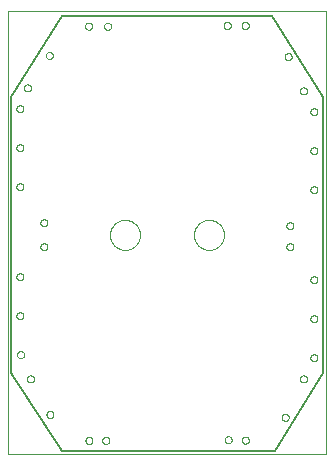
<source format=gbp>
G75*
%MOIN*%
%OFA0B0*%
%FSLAX25Y25*%
%IPPOS*%
%LPD*%
%AMOC8*
5,1,8,0,0,1.08239X$1,22.5*
%
%ADD10C,0.00000*%
%ADD11C,0.00500*%
D10*
X0007000Y0008000D02*
X0007000Y0155701D01*
X0112921Y0155701D01*
X0112921Y0008000D01*
X0007000Y0008000D01*
X0019819Y0021100D02*
X0019821Y0021169D01*
X0019827Y0021237D01*
X0019837Y0021305D01*
X0019851Y0021372D01*
X0019869Y0021439D01*
X0019890Y0021504D01*
X0019916Y0021568D01*
X0019945Y0021630D01*
X0019977Y0021690D01*
X0020013Y0021749D01*
X0020053Y0021805D01*
X0020095Y0021859D01*
X0020141Y0021910D01*
X0020190Y0021959D01*
X0020241Y0022005D01*
X0020295Y0022047D01*
X0020351Y0022087D01*
X0020409Y0022123D01*
X0020470Y0022155D01*
X0020532Y0022184D01*
X0020596Y0022210D01*
X0020661Y0022231D01*
X0020728Y0022249D01*
X0020795Y0022263D01*
X0020863Y0022273D01*
X0020931Y0022279D01*
X0021000Y0022281D01*
X0021069Y0022279D01*
X0021137Y0022273D01*
X0021205Y0022263D01*
X0021272Y0022249D01*
X0021339Y0022231D01*
X0021404Y0022210D01*
X0021468Y0022184D01*
X0021530Y0022155D01*
X0021590Y0022123D01*
X0021649Y0022087D01*
X0021705Y0022047D01*
X0021759Y0022005D01*
X0021810Y0021959D01*
X0021859Y0021910D01*
X0021905Y0021859D01*
X0021947Y0021805D01*
X0021987Y0021749D01*
X0022023Y0021690D01*
X0022055Y0021630D01*
X0022084Y0021568D01*
X0022110Y0021504D01*
X0022131Y0021439D01*
X0022149Y0021372D01*
X0022163Y0021305D01*
X0022173Y0021237D01*
X0022179Y0021169D01*
X0022181Y0021100D01*
X0022179Y0021031D01*
X0022173Y0020963D01*
X0022163Y0020895D01*
X0022149Y0020828D01*
X0022131Y0020761D01*
X0022110Y0020696D01*
X0022084Y0020632D01*
X0022055Y0020570D01*
X0022023Y0020509D01*
X0021987Y0020451D01*
X0021947Y0020395D01*
X0021905Y0020341D01*
X0021859Y0020290D01*
X0021810Y0020241D01*
X0021759Y0020195D01*
X0021705Y0020153D01*
X0021649Y0020113D01*
X0021591Y0020077D01*
X0021530Y0020045D01*
X0021468Y0020016D01*
X0021404Y0019990D01*
X0021339Y0019969D01*
X0021272Y0019951D01*
X0021205Y0019937D01*
X0021137Y0019927D01*
X0021069Y0019921D01*
X0021000Y0019919D01*
X0020931Y0019921D01*
X0020863Y0019927D01*
X0020795Y0019937D01*
X0020728Y0019951D01*
X0020661Y0019969D01*
X0020596Y0019990D01*
X0020532Y0020016D01*
X0020470Y0020045D01*
X0020409Y0020077D01*
X0020351Y0020113D01*
X0020295Y0020153D01*
X0020241Y0020195D01*
X0020190Y0020241D01*
X0020141Y0020290D01*
X0020095Y0020341D01*
X0020053Y0020395D01*
X0020013Y0020451D01*
X0019977Y0020509D01*
X0019945Y0020570D01*
X0019916Y0020632D01*
X0019890Y0020696D01*
X0019869Y0020761D01*
X0019851Y0020828D01*
X0019837Y0020895D01*
X0019827Y0020963D01*
X0019821Y0021031D01*
X0019819Y0021100D01*
X0013319Y0033000D02*
X0013321Y0033069D01*
X0013327Y0033137D01*
X0013337Y0033205D01*
X0013351Y0033272D01*
X0013369Y0033339D01*
X0013390Y0033404D01*
X0013416Y0033468D01*
X0013445Y0033530D01*
X0013477Y0033590D01*
X0013513Y0033649D01*
X0013553Y0033705D01*
X0013595Y0033759D01*
X0013641Y0033810D01*
X0013690Y0033859D01*
X0013741Y0033905D01*
X0013795Y0033947D01*
X0013851Y0033987D01*
X0013909Y0034023D01*
X0013970Y0034055D01*
X0014032Y0034084D01*
X0014096Y0034110D01*
X0014161Y0034131D01*
X0014228Y0034149D01*
X0014295Y0034163D01*
X0014363Y0034173D01*
X0014431Y0034179D01*
X0014500Y0034181D01*
X0014569Y0034179D01*
X0014637Y0034173D01*
X0014705Y0034163D01*
X0014772Y0034149D01*
X0014839Y0034131D01*
X0014904Y0034110D01*
X0014968Y0034084D01*
X0015030Y0034055D01*
X0015090Y0034023D01*
X0015149Y0033987D01*
X0015205Y0033947D01*
X0015259Y0033905D01*
X0015310Y0033859D01*
X0015359Y0033810D01*
X0015405Y0033759D01*
X0015447Y0033705D01*
X0015487Y0033649D01*
X0015523Y0033590D01*
X0015555Y0033530D01*
X0015584Y0033468D01*
X0015610Y0033404D01*
X0015631Y0033339D01*
X0015649Y0033272D01*
X0015663Y0033205D01*
X0015673Y0033137D01*
X0015679Y0033069D01*
X0015681Y0033000D01*
X0015679Y0032931D01*
X0015673Y0032863D01*
X0015663Y0032795D01*
X0015649Y0032728D01*
X0015631Y0032661D01*
X0015610Y0032596D01*
X0015584Y0032532D01*
X0015555Y0032470D01*
X0015523Y0032409D01*
X0015487Y0032351D01*
X0015447Y0032295D01*
X0015405Y0032241D01*
X0015359Y0032190D01*
X0015310Y0032141D01*
X0015259Y0032095D01*
X0015205Y0032053D01*
X0015149Y0032013D01*
X0015091Y0031977D01*
X0015030Y0031945D01*
X0014968Y0031916D01*
X0014904Y0031890D01*
X0014839Y0031869D01*
X0014772Y0031851D01*
X0014705Y0031837D01*
X0014637Y0031827D01*
X0014569Y0031821D01*
X0014500Y0031819D01*
X0014431Y0031821D01*
X0014363Y0031827D01*
X0014295Y0031837D01*
X0014228Y0031851D01*
X0014161Y0031869D01*
X0014096Y0031890D01*
X0014032Y0031916D01*
X0013970Y0031945D01*
X0013909Y0031977D01*
X0013851Y0032013D01*
X0013795Y0032053D01*
X0013741Y0032095D01*
X0013690Y0032141D01*
X0013641Y0032190D01*
X0013595Y0032241D01*
X0013553Y0032295D01*
X0013513Y0032351D01*
X0013477Y0032409D01*
X0013445Y0032470D01*
X0013416Y0032532D01*
X0013390Y0032596D01*
X0013369Y0032661D01*
X0013351Y0032728D01*
X0013337Y0032795D01*
X0013327Y0032863D01*
X0013321Y0032931D01*
X0013319Y0033000D01*
X0010019Y0041100D02*
X0010021Y0041169D01*
X0010027Y0041237D01*
X0010037Y0041305D01*
X0010051Y0041372D01*
X0010069Y0041439D01*
X0010090Y0041504D01*
X0010116Y0041568D01*
X0010145Y0041630D01*
X0010177Y0041690D01*
X0010213Y0041749D01*
X0010253Y0041805D01*
X0010295Y0041859D01*
X0010341Y0041910D01*
X0010390Y0041959D01*
X0010441Y0042005D01*
X0010495Y0042047D01*
X0010551Y0042087D01*
X0010609Y0042123D01*
X0010670Y0042155D01*
X0010732Y0042184D01*
X0010796Y0042210D01*
X0010861Y0042231D01*
X0010928Y0042249D01*
X0010995Y0042263D01*
X0011063Y0042273D01*
X0011131Y0042279D01*
X0011200Y0042281D01*
X0011269Y0042279D01*
X0011337Y0042273D01*
X0011405Y0042263D01*
X0011472Y0042249D01*
X0011539Y0042231D01*
X0011604Y0042210D01*
X0011668Y0042184D01*
X0011730Y0042155D01*
X0011790Y0042123D01*
X0011849Y0042087D01*
X0011905Y0042047D01*
X0011959Y0042005D01*
X0012010Y0041959D01*
X0012059Y0041910D01*
X0012105Y0041859D01*
X0012147Y0041805D01*
X0012187Y0041749D01*
X0012223Y0041690D01*
X0012255Y0041630D01*
X0012284Y0041568D01*
X0012310Y0041504D01*
X0012331Y0041439D01*
X0012349Y0041372D01*
X0012363Y0041305D01*
X0012373Y0041237D01*
X0012379Y0041169D01*
X0012381Y0041100D01*
X0012379Y0041031D01*
X0012373Y0040963D01*
X0012363Y0040895D01*
X0012349Y0040828D01*
X0012331Y0040761D01*
X0012310Y0040696D01*
X0012284Y0040632D01*
X0012255Y0040570D01*
X0012223Y0040509D01*
X0012187Y0040451D01*
X0012147Y0040395D01*
X0012105Y0040341D01*
X0012059Y0040290D01*
X0012010Y0040241D01*
X0011959Y0040195D01*
X0011905Y0040153D01*
X0011849Y0040113D01*
X0011791Y0040077D01*
X0011730Y0040045D01*
X0011668Y0040016D01*
X0011604Y0039990D01*
X0011539Y0039969D01*
X0011472Y0039951D01*
X0011405Y0039937D01*
X0011337Y0039927D01*
X0011269Y0039921D01*
X0011200Y0039919D01*
X0011131Y0039921D01*
X0011063Y0039927D01*
X0010995Y0039937D01*
X0010928Y0039951D01*
X0010861Y0039969D01*
X0010796Y0039990D01*
X0010732Y0040016D01*
X0010670Y0040045D01*
X0010609Y0040077D01*
X0010551Y0040113D01*
X0010495Y0040153D01*
X0010441Y0040195D01*
X0010390Y0040241D01*
X0010341Y0040290D01*
X0010295Y0040341D01*
X0010253Y0040395D01*
X0010213Y0040451D01*
X0010177Y0040509D01*
X0010145Y0040570D01*
X0010116Y0040632D01*
X0010090Y0040696D01*
X0010069Y0040761D01*
X0010051Y0040828D01*
X0010037Y0040895D01*
X0010027Y0040963D01*
X0010021Y0041031D01*
X0010019Y0041100D01*
X0009819Y0054000D02*
X0009821Y0054069D01*
X0009827Y0054137D01*
X0009837Y0054205D01*
X0009851Y0054272D01*
X0009869Y0054339D01*
X0009890Y0054404D01*
X0009916Y0054468D01*
X0009945Y0054530D01*
X0009977Y0054590D01*
X0010013Y0054649D01*
X0010053Y0054705D01*
X0010095Y0054759D01*
X0010141Y0054810D01*
X0010190Y0054859D01*
X0010241Y0054905D01*
X0010295Y0054947D01*
X0010351Y0054987D01*
X0010409Y0055023D01*
X0010470Y0055055D01*
X0010532Y0055084D01*
X0010596Y0055110D01*
X0010661Y0055131D01*
X0010728Y0055149D01*
X0010795Y0055163D01*
X0010863Y0055173D01*
X0010931Y0055179D01*
X0011000Y0055181D01*
X0011069Y0055179D01*
X0011137Y0055173D01*
X0011205Y0055163D01*
X0011272Y0055149D01*
X0011339Y0055131D01*
X0011404Y0055110D01*
X0011468Y0055084D01*
X0011530Y0055055D01*
X0011590Y0055023D01*
X0011649Y0054987D01*
X0011705Y0054947D01*
X0011759Y0054905D01*
X0011810Y0054859D01*
X0011859Y0054810D01*
X0011905Y0054759D01*
X0011947Y0054705D01*
X0011987Y0054649D01*
X0012023Y0054590D01*
X0012055Y0054530D01*
X0012084Y0054468D01*
X0012110Y0054404D01*
X0012131Y0054339D01*
X0012149Y0054272D01*
X0012163Y0054205D01*
X0012173Y0054137D01*
X0012179Y0054069D01*
X0012181Y0054000D01*
X0012179Y0053931D01*
X0012173Y0053863D01*
X0012163Y0053795D01*
X0012149Y0053728D01*
X0012131Y0053661D01*
X0012110Y0053596D01*
X0012084Y0053532D01*
X0012055Y0053470D01*
X0012023Y0053409D01*
X0011987Y0053351D01*
X0011947Y0053295D01*
X0011905Y0053241D01*
X0011859Y0053190D01*
X0011810Y0053141D01*
X0011759Y0053095D01*
X0011705Y0053053D01*
X0011649Y0053013D01*
X0011591Y0052977D01*
X0011530Y0052945D01*
X0011468Y0052916D01*
X0011404Y0052890D01*
X0011339Y0052869D01*
X0011272Y0052851D01*
X0011205Y0052837D01*
X0011137Y0052827D01*
X0011069Y0052821D01*
X0011000Y0052819D01*
X0010931Y0052821D01*
X0010863Y0052827D01*
X0010795Y0052837D01*
X0010728Y0052851D01*
X0010661Y0052869D01*
X0010596Y0052890D01*
X0010532Y0052916D01*
X0010470Y0052945D01*
X0010409Y0052977D01*
X0010351Y0053013D01*
X0010295Y0053053D01*
X0010241Y0053095D01*
X0010190Y0053141D01*
X0010141Y0053190D01*
X0010095Y0053241D01*
X0010053Y0053295D01*
X0010013Y0053351D01*
X0009977Y0053409D01*
X0009945Y0053470D01*
X0009916Y0053532D01*
X0009890Y0053596D01*
X0009869Y0053661D01*
X0009851Y0053728D01*
X0009837Y0053795D01*
X0009827Y0053863D01*
X0009821Y0053931D01*
X0009819Y0054000D01*
X0009819Y0067000D02*
X0009821Y0067069D01*
X0009827Y0067137D01*
X0009837Y0067205D01*
X0009851Y0067272D01*
X0009869Y0067339D01*
X0009890Y0067404D01*
X0009916Y0067468D01*
X0009945Y0067530D01*
X0009977Y0067590D01*
X0010013Y0067649D01*
X0010053Y0067705D01*
X0010095Y0067759D01*
X0010141Y0067810D01*
X0010190Y0067859D01*
X0010241Y0067905D01*
X0010295Y0067947D01*
X0010351Y0067987D01*
X0010409Y0068023D01*
X0010470Y0068055D01*
X0010532Y0068084D01*
X0010596Y0068110D01*
X0010661Y0068131D01*
X0010728Y0068149D01*
X0010795Y0068163D01*
X0010863Y0068173D01*
X0010931Y0068179D01*
X0011000Y0068181D01*
X0011069Y0068179D01*
X0011137Y0068173D01*
X0011205Y0068163D01*
X0011272Y0068149D01*
X0011339Y0068131D01*
X0011404Y0068110D01*
X0011468Y0068084D01*
X0011530Y0068055D01*
X0011590Y0068023D01*
X0011649Y0067987D01*
X0011705Y0067947D01*
X0011759Y0067905D01*
X0011810Y0067859D01*
X0011859Y0067810D01*
X0011905Y0067759D01*
X0011947Y0067705D01*
X0011987Y0067649D01*
X0012023Y0067590D01*
X0012055Y0067530D01*
X0012084Y0067468D01*
X0012110Y0067404D01*
X0012131Y0067339D01*
X0012149Y0067272D01*
X0012163Y0067205D01*
X0012173Y0067137D01*
X0012179Y0067069D01*
X0012181Y0067000D01*
X0012179Y0066931D01*
X0012173Y0066863D01*
X0012163Y0066795D01*
X0012149Y0066728D01*
X0012131Y0066661D01*
X0012110Y0066596D01*
X0012084Y0066532D01*
X0012055Y0066470D01*
X0012023Y0066409D01*
X0011987Y0066351D01*
X0011947Y0066295D01*
X0011905Y0066241D01*
X0011859Y0066190D01*
X0011810Y0066141D01*
X0011759Y0066095D01*
X0011705Y0066053D01*
X0011649Y0066013D01*
X0011591Y0065977D01*
X0011530Y0065945D01*
X0011468Y0065916D01*
X0011404Y0065890D01*
X0011339Y0065869D01*
X0011272Y0065851D01*
X0011205Y0065837D01*
X0011137Y0065827D01*
X0011069Y0065821D01*
X0011000Y0065819D01*
X0010931Y0065821D01*
X0010863Y0065827D01*
X0010795Y0065837D01*
X0010728Y0065851D01*
X0010661Y0065869D01*
X0010596Y0065890D01*
X0010532Y0065916D01*
X0010470Y0065945D01*
X0010409Y0065977D01*
X0010351Y0066013D01*
X0010295Y0066053D01*
X0010241Y0066095D01*
X0010190Y0066141D01*
X0010141Y0066190D01*
X0010095Y0066241D01*
X0010053Y0066295D01*
X0010013Y0066351D01*
X0009977Y0066409D01*
X0009945Y0066470D01*
X0009916Y0066532D01*
X0009890Y0066596D01*
X0009869Y0066661D01*
X0009851Y0066728D01*
X0009837Y0066795D01*
X0009827Y0066863D01*
X0009821Y0066931D01*
X0009819Y0067000D01*
X0017819Y0077000D02*
X0017821Y0077069D01*
X0017827Y0077137D01*
X0017837Y0077205D01*
X0017851Y0077272D01*
X0017869Y0077339D01*
X0017890Y0077404D01*
X0017916Y0077468D01*
X0017945Y0077530D01*
X0017977Y0077590D01*
X0018013Y0077649D01*
X0018053Y0077705D01*
X0018095Y0077759D01*
X0018141Y0077810D01*
X0018190Y0077859D01*
X0018241Y0077905D01*
X0018295Y0077947D01*
X0018351Y0077987D01*
X0018409Y0078023D01*
X0018470Y0078055D01*
X0018532Y0078084D01*
X0018596Y0078110D01*
X0018661Y0078131D01*
X0018728Y0078149D01*
X0018795Y0078163D01*
X0018863Y0078173D01*
X0018931Y0078179D01*
X0019000Y0078181D01*
X0019069Y0078179D01*
X0019137Y0078173D01*
X0019205Y0078163D01*
X0019272Y0078149D01*
X0019339Y0078131D01*
X0019404Y0078110D01*
X0019468Y0078084D01*
X0019530Y0078055D01*
X0019590Y0078023D01*
X0019649Y0077987D01*
X0019705Y0077947D01*
X0019759Y0077905D01*
X0019810Y0077859D01*
X0019859Y0077810D01*
X0019905Y0077759D01*
X0019947Y0077705D01*
X0019987Y0077649D01*
X0020023Y0077590D01*
X0020055Y0077530D01*
X0020084Y0077468D01*
X0020110Y0077404D01*
X0020131Y0077339D01*
X0020149Y0077272D01*
X0020163Y0077205D01*
X0020173Y0077137D01*
X0020179Y0077069D01*
X0020181Y0077000D01*
X0020179Y0076931D01*
X0020173Y0076863D01*
X0020163Y0076795D01*
X0020149Y0076728D01*
X0020131Y0076661D01*
X0020110Y0076596D01*
X0020084Y0076532D01*
X0020055Y0076470D01*
X0020023Y0076409D01*
X0019987Y0076351D01*
X0019947Y0076295D01*
X0019905Y0076241D01*
X0019859Y0076190D01*
X0019810Y0076141D01*
X0019759Y0076095D01*
X0019705Y0076053D01*
X0019649Y0076013D01*
X0019591Y0075977D01*
X0019530Y0075945D01*
X0019468Y0075916D01*
X0019404Y0075890D01*
X0019339Y0075869D01*
X0019272Y0075851D01*
X0019205Y0075837D01*
X0019137Y0075827D01*
X0019069Y0075821D01*
X0019000Y0075819D01*
X0018931Y0075821D01*
X0018863Y0075827D01*
X0018795Y0075837D01*
X0018728Y0075851D01*
X0018661Y0075869D01*
X0018596Y0075890D01*
X0018532Y0075916D01*
X0018470Y0075945D01*
X0018409Y0075977D01*
X0018351Y0076013D01*
X0018295Y0076053D01*
X0018241Y0076095D01*
X0018190Y0076141D01*
X0018141Y0076190D01*
X0018095Y0076241D01*
X0018053Y0076295D01*
X0018013Y0076351D01*
X0017977Y0076409D01*
X0017945Y0076470D01*
X0017916Y0076532D01*
X0017890Y0076596D01*
X0017869Y0076661D01*
X0017851Y0076728D01*
X0017837Y0076795D01*
X0017827Y0076863D01*
X0017821Y0076931D01*
X0017819Y0077000D01*
X0017819Y0085000D02*
X0017821Y0085069D01*
X0017827Y0085137D01*
X0017837Y0085205D01*
X0017851Y0085272D01*
X0017869Y0085339D01*
X0017890Y0085404D01*
X0017916Y0085468D01*
X0017945Y0085530D01*
X0017977Y0085590D01*
X0018013Y0085649D01*
X0018053Y0085705D01*
X0018095Y0085759D01*
X0018141Y0085810D01*
X0018190Y0085859D01*
X0018241Y0085905D01*
X0018295Y0085947D01*
X0018351Y0085987D01*
X0018409Y0086023D01*
X0018470Y0086055D01*
X0018532Y0086084D01*
X0018596Y0086110D01*
X0018661Y0086131D01*
X0018728Y0086149D01*
X0018795Y0086163D01*
X0018863Y0086173D01*
X0018931Y0086179D01*
X0019000Y0086181D01*
X0019069Y0086179D01*
X0019137Y0086173D01*
X0019205Y0086163D01*
X0019272Y0086149D01*
X0019339Y0086131D01*
X0019404Y0086110D01*
X0019468Y0086084D01*
X0019530Y0086055D01*
X0019590Y0086023D01*
X0019649Y0085987D01*
X0019705Y0085947D01*
X0019759Y0085905D01*
X0019810Y0085859D01*
X0019859Y0085810D01*
X0019905Y0085759D01*
X0019947Y0085705D01*
X0019987Y0085649D01*
X0020023Y0085590D01*
X0020055Y0085530D01*
X0020084Y0085468D01*
X0020110Y0085404D01*
X0020131Y0085339D01*
X0020149Y0085272D01*
X0020163Y0085205D01*
X0020173Y0085137D01*
X0020179Y0085069D01*
X0020181Y0085000D01*
X0020179Y0084931D01*
X0020173Y0084863D01*
X0020163Y0084795D01*
X0020149Y0084728D01*
X0020131Y0084661D01*
X0020110Y0084596D01*
X0020084Y0084532D01*
X0020055Y0084470D01*
X0020023Y0084409D01*
X0019987Y0084351D01*
X0019947Y0084295D01*
X0019905Y0084241D01*
X0019859Y0084190D01*
X0019810Y0084141D01*
X0019759Y0084095D01*
X0019705Y0084053D01*
X0019649Y0084013D01*
X0019591Y0083977D01*
X0019530Y0083945D01*
X0019468Y0083916D01*
X0019404Y0083890D01*
X0019339Y0083869D01*
X0019272Y0083851D01*
X0019205Y0083837D01*
X0019137Y0083827D01*
X0019069Y0083821D01*
X0019000Y0083819D01*
X0018931Y0083821D01*
X0018863Y0083827D01*
X0018795Y0083837D01*
X0018728Y0083851D01*
X0018661Y0083869D01*
X0018596Y0083890D01*
X0018532Y0083916D01*
X0018470Y0083945D01*
X0018409Y0083977D01*
X0018351Y0084013D01*
X0018295Y0084053D01*
X0018241Y0084095D01*
X0018190Y0084141D01*
X0018141Y0084190D01*
X0018095Y0084241D01*
X0018053Y0084295D01*
X0018013Y0084351D01*
X0017977Y0084409D01*
X0017945Y0084470D01*
X0017916Y0084532D01*
X0017890Y0084596D01*
X0017869Y0084661D01*
X0017851Y0084728D01*
X0017837Y0084795D01*
X0017827Y0084863D01*
X0017821Y0084931D01*
X0017819Y0085000D01*
X0009819Y0097000D02*
X0009821Y0097069D01*
X0009827Y0097137D01*
X0009837Y0097205D01*
X0009851Y0097272D01*
X0009869Y0097339D01*
X0009890Y0097404D01*
X0009916Y0097468D01*
X0009945Y0097530D01*
X0009977Y0097590D01*
X0010013Y0097649D01*
X0010053Y0097705D01*
X0010095Y0097759D01*
X0010141Y0097810D01*
X0010190Y0097859D01*
X0010241Y0097905D01*
X0010295Y0097947D01*
X0010351Y0097987D01*
X0010409Y0098023D01*
X0010470Y0098055D01*
X0010532Y0098084D01*
X0010596Y0098110D01*
X0010661Y0098131D01*
X0010728Y0098149D01*
X0010795Y0098163D01*
X0010863Y0098173D01*
X0010931Y0098179D01*
X0011000Y0098181D01*
X0011069Y0098179D01*
X0011137Y0098173D01*
X0011205Y0098163D01*
X0011272Y0098149D01*
X0011339Y0098131D01*
X0011404Y0098110D01*
X0011468Y0098084D01*
X0011530Y0098055D01*
X0011590Y0098023D01*
X0011649Y0097987D01*
X0011705Y0097947D01*
X0011759Y0097905D01*
X0011810Y0097859D01*
X0011859Y0097810D01*
X0011905Y0097759D01*
X0011947Y0097705D01*
X0011987Y0097649D01*
X0012023Y0097590D01*
X0012055Y0097530D01*
X0012084Y0097468D01*
X0012110Y0097404D01*
X0012131Y0097339D01*
X0012149Y0097272D01*
X0012163Y0097205D01*
X0012173Y0097137D01*
X0012179Y0097069D01*
X0012181Y0097000D01*
X0012179Y0096931D01*
X0012173Y0096863D01*
X0012163Y0096795D01*
X0012149Y0096728D01*
X0012131Y0096661D01*
X0012110Y0096596D01*
X0012084Y0096532D01*
X0012055Y0096470D01*
X0012023Y0096409D01*
X0011987Y0096351D01*
X0011947Y0096295D01*
X0011905Y0096241D01*
X0011859Y0096190D01*
X0011810Y0096141D01*
X0011759Y0096095D01*
X0011705Y0096053D01*
X0011649Y0096013D01*
X0011591Y0095977D01*
X0011530Y0095945D01*
X0011468Y0095916D01*
X0011404Y0095890D01*
X0011339Y0095869D01*
X0011272Y0095851D01*
X0011205Y0095837D01*
X0011137Y0095827D01*
X0011069Y0095821D01*
X0011000Y0095819D01*
X0010931Y0095821D01*
X0010863Y0095827D01*
X0010795Y0095837D01*
X0010728Y0095851D01*
X0010661Y0095869D01*
X0010596Y0095890D01*
X0010532Y0095916D01*
X0010470Y0095945D01*
X0010409Y0095977D01*
X0010351Y0096013D01*
X0010295Y0096053D01*
X0010241Y0096095D01*
X0010190Y0096141D01*
X0010141Y0096190D01*
X0010095Y0096241D01*
X0010053Y0096295D01*
X0010013Y0096351D01*
X0009977Y0096409D01*
X0009945Y0096470D01*
X0009916Y0096532D01*
X0009890Y0096596D01*
X0009869Y0096661D01*
X0009851Y0096728D01*
X0009837Y0096795D01*
X0009827Y0096863D01*
X0009821Y0096931D01*
X0009819Y0097000D01*
X0009819Y0110000D02*
X0009821Y0110069D01*
X0009827Y0110137D01*
X0009837Y0110205D01*
X0009851Y0110272D01*
X0009869Y0110339D01*
X0009890Y0110404D01*
X0009916Y0110468D01*
X0009945Y0110530D01*
X0009977Y0110590D01*
X0010013Y0110649D01*
X0010053Y0110705D01*
X0010095Y0110759D01*
X0010141Y0110810D01*
X0010190Y0110859D01*
X0010241Y0110905D01*
X0010295Y0110947D01*
X0010351Y0110987D01*
X0010409Y0111023D01*
X0010470Y0111055D01*
X0010532Y0111084D01*
X0010596Y0111110D01*
X0010661Y0111131D01*
X0010728Y0111149D01*
X0010795Y0111163D01*
X0010863Y0111173D01*
X0010931Y0111179D01*
X0011000Y0111181D01*
X0011069Y0111179D01*
X0011137Y0111173D01*
X0011205Y0111163D01*
X0011272Y0111149D01*
X0011339Y0111131D01*
X0011404Y0111110D01*
X0011468Y0111084D01*
X0011530Y0111055D01*
X0011590Y0111023D01*
X0011649Y0110987D01*
X0011705Y0110947D01*
X0011759Y0110905D01*
X0011810Y0110859D01*
X0011859Y0110810D01*
X0011905Y0110759D01*
X0011947Y0110705D01*
X0011987Y0110649D01*
X0012023Y0110590D01*
X0012055Y0110530D01*
X0012084Y0110468D01*
X0012110Y0110404D01*
X0012131Y0110339D01*
X0012149Y0110272D01*
X0012163Y0110205D01*
X0012173Y0110137D01*
X0012179Y0110069D01*
X0012181Y0110000D01*
X0012179Y0109931D01*
X0012173Y0109863D01*
X0012163Y0109795D01*
X0012149Y0109728D01*
X0012131Y0109661D01*
X0012110Y0109596D01*
X0012084Y0109532D01*
X0012055Y0109470D01*
X0012023Y0109409D01*
X0011987Y0109351D01*
X0011947Y0109295D01*
X0011905Y0109241D01*
X0011859Y0109190D01*
X0011810Y0109141D01*
X0011759Y0109095D01*
X0011705Y0109053D01*
X0011649Y0109013D01*
X0011591Y0108977D01*
X0011530Y0108945D01*
X0011468Y0108916D01*
X0011404Y0108890D01*
X0011339Y0108869D01*
X0011272Y0108851D01*
X0011205Y0108837D01*
X0011137Y0108827D01*
X0011069Y0108821D01*
X0011000Y0108819D01*
X0010931Y0108821D01*
X0010863Y0108827D01*
X0010795Y0108837D01*
X0010728Y0108851D01*
X0010661Y0108869D01*
X0010596Y0108890D01*
X0010532Y0108916D01*
X0010470Y0108945D01*
X0010409Y0108977D01*
X0010351Y0109013D01*
X0010295Y0109053D01*
X0010241Y0109095D01*
X0010190Y0109141D01*
X0010141Y0109190D01*
X0010095Y0109241D01*
X0010053Y0109295D01*
X0010013Y0109351D01*
X0009977Y0109409D01*
X0009945Y0109470D01*
X0009916Y0109532D01*
X0009890Y0109596D01*
X0009869Y0109661D01*
X0009851Y0109728D01*
X0009837Y0109795D01*
X0009827Y0109863D01*
X0009821Y0109931D01*
X0009819Y0110000D01*
X0009819Y0123000D02*
X0009821Y0123069D01*
X0009827Y0123137D01*
X0009837Y0123205D01*
X0009851Y0123272D01*
X0009869Y0123339D01*
X0009890Y0123404D01*
X0009916Y0123468D01*
X0009945Y0123530D01*
X0009977Y0123590D01*
X0010013Y0123649D01*
X0010053Y0123705D01*
X0010095Y0123759D01*
X0010141Y0123810D01*
X0010190Y0123859D01*
X0010241Y0123905D01*
X0010295Y0123947D01*
X0010351Y0123987D01*
X0010409Y0124023D01*
X0010470Y0124055D01*
X0010532Y0124084D01*
X0010596Y0124110D01*
X0010661Y0124131D01*
X0010728Y0124149D01*
X0010795Y0124163D01*
X0010863Y0124173D01*
X0010931Y0124179D01*
X0011000Y0124181D01*
X0011069Y0124179D01*
X0011137Y0124173D01*
X0011205Y0124163D01*
X0011272Y0124149D01*
X0011339Y0124131D01*
X0011404Y0124110D01*
X0011468Y0124084D01*
X0011530Y0124055D01*
X0011590Y0124023D01*
X0011649Y0123987D01*
X0011705Y0123947D01*
X0011759Y0123905D01*
X0011810Y0123859D01*
X0011859Y0123810D01*
X0011905Y0123759D01*
X0011947Y0123705D01*
X0011987Y0123649D01*
X0012023Y0123590D01*
X0012055Y0123530D01*
X0012084Y0123468D01*
X0012110Y0123404D01*
X0012131Y0123339D01*
X0012149Y0123272D01*
X0012163Y0123205D01*
X0012173Y0123137D01*
X0012179Y0123069D01*
X0012181Y0123000D01*
X0012179Y0122931D01*
X0012173Y0122863D01*
X0012163Y0122795D01*
X0012149Y0122728D01*
X0012131Y0122661D01*
X0012110Y0122596D01*
X0012084Y0122532D01*
X0012055Y0122470D01*
X0012023Y0122409D01*
X0011987Y0122351D01*
X0011947Y0122295D01*
X0011905Y0122241D01*
X0011859Y0122190D01*
X0011810Y0122141D01*
X0011759Y0122095D01*
X0011705Y0122053D01*
X0011649Y0122013D01*
X0011591Y0121977D01*
X0011530Y0121945D01*
X0011468Y0121916D01*
X0011404Y0121890D01*
X0011339Y0121869D01*
X0011272Y0121851D01*
X0011205Y0121837D01*
X0011137Y0121827D01*
X0011069Y0121821D01*
X0011000Y0121819D01*
X0010931Y0121821D01*
X0010863Y0121827D01*
X0010795Y0121837D01*
X0010728Y0121851D01*
X0010661Y0121869D01*
X0010596Y0121890D01*
X0010532Y0121916D01*
X0010470Y0121945D01*
X0010409Y0121977D01*
X0010351Y0122013D01*
X0010295Y0122053D01*
X0010241Y0122095D01*
X0010190Y0122141D01*
X0010141Y0122190D01*
X0010095Y0122241D01*
X0010053Y0122295D01*
X0010013Y0122351D01*
X0009977Y0122409D01*
X0009945Y0122470D01*
X0009916Y0122532D01*
X0009890Y0122596D01*
X0009869Y0122661D01*
X0009851Y0122728D01*
X0009837Y0122795D01*
X0009827Y0122863D01*
X0009821Y0122931D01*
X0009819Y0123000D01*
X0012319Y0130000D02*
X0012321Y0130069D01*
X0012327Y0130137D01*
X0012337Y0130205D01*
X0012351Y0130272D01*
X0012369Y0130339D01*
X0012390Y0130404D01*
X0012416Y0130468D01*
X0012445Y0130530D01*
X0012477Y0130590D01*
X0012513Y0130649D01*
X0012553Y0130705D01*
X0012595Y0130759D01*
X0012641Y0130810D01*
X0012690Y0130859D01*
X0012741Y0130905D01*
X0012795Y0130947D01*
X0012851Y0130987D01*
X0012909Y0131023D01*
X0012970Y0131055D01*
X0013032Y0131084D01*
X0013096Y0131110D01*
X0013161Y0131131D01*
X0013228Y0131149D01*
X0013295Y0131163D01*
X0013363Y0131173D01*
X0013431Y0131179D01*
X0013500Y0131181D01*
X0013569Y0131179D01*
X0013637Y0131173D01*
X0013705Y0131163D01*
X0013772Y0131149D01*
X0013839Y0131131D01*
X0013904Y0131110D01*
X0013968Y0131084D01*
X0014030Y0131055D01*
X0014090Y0131023D01*
X0014149Y0130987D01*
X0014205Y0130947D01*
X0014259Y0130905D01*
X0014310Y0130859D01*
X0014359Y0130810D01*
X0014405Y0130759D01*
X0014447Y0130705D01*
X0014487Y0130649D01*
X0014523Y0130590D01*
X0014555Y0130530D01*
X0014584Y0130468D01*
X0014610Y0130404D01*
X0014631Y0130339D01*
X0014649Y0130272D01*
X0014663Y0130205D01*
X0014673Y0130137D01*
X0014679Y0130069D01*
X0014681Y0130000D01*
X0014679Y0129931D01*
X0014673Y0129863D01*
X0014663Y0129795D01*
X0014649Y0129728D01*
X0014631Y0129661D01*
X0014610Y0129596D01*
X0014584Y0129532D01*
X0014555Y0129470D01*
X0014523Y0129409D01*
X0014487Y0129351D01*
X0014447Y0129295D01*
X0014405Y0129241D01*
X0014359Y0129190D01*
X0014310Y0129141D01*
X0014259Y0129095D01*
X0014205Y0129053D01*
X0014149Y0129013D01*
X0014091Y0128977D01*
X0014030Y0128945D01*
X0013968Y0128916D01*
X0013904Y0128890D01*
X0013839Y0128869D01*
X0013772Y0128851D01*
X0013705Y0128837D01*
X0013637Y0128827D01*
X0013569Y0128821D01*
X0013500Y0128819D01*
X0013431Y0128821D01*
X0013363Y0128827D01*
X0013295Y0128837D01*
X0013228Y0128851D01*
X0013161Y0128869D01*
X0013096Y0128890D01*
X0013032Y0128916D01*
X0012970Y0128945D01*
X0012909Y0128977D01*
X0012851Y0129013D01*
X0012795Y0129053D01*
X0012741Y0129095D01*
X0012690Y0129141D01*
X0012641Y0129190D01*
X0012595Y0129241D01*
X0012553Y0129295D01*
X0012513Y0129351D01*
X0012477Y0129409D01*
X0012445Y0129470D01*
X0012416Y0129532D01*
X0012390Y0129596D01*
X0012369Y0129661D01*
X0012351Y0129728D01*
X0012337Y0129795D01*
X0012327Y0129863D01*
X0012321Y0129931D01*
X0012319Y0130000D01*
X0019619Y0140800D02*
X0019621Y0140869D01*
X0019627Y0140937D01*
X0019637Y0141005D01*
X0019651Y0141072D01*
X0019669Y0141139D01*
X0019690Y0141204D01*
X0019716Y0141268D01*
X0019745Y0141330D01*
X0019777Y0141390D01*
X0019813Y0141449D01*
X0019853Y0141505D01*
X0019895Y0141559D01*
X0019941Y0141610D01*
X0019990Y0141659D01*
X0020041Y0141705D01*
X0020095Y0141747D01*
X0020151Y0141787D01*
X0020209Y0141823D01*
X0020270Y0141855D01*
X0020332Y0141884D01*
X0020396Y0141910D01*
X0020461Y0141931D01*
X0020528Y0141949D01*
X0020595Y0141963D01*
X0020663Y0141973D01*
X0020731Y0141979D01*
X0020800Y0141981D01*
X0020869Y0141979D01*
X0020937Y0141973D01*
X0021005Y0141963D01*
X0021072Y0141949D01*
X0021139Y0141931D01*
X0021204Y0141910D01*
X0021268Y0141884D01*
X0021330Y0141855D01*
X0021390Y0141823D01*
X0021449Y0141787D01*
X0021505Y0141747D01*
X0021559Y0141705D01*
X0021610Y0141659D01*
X0021659Y0141610D01*
X0021705Y0141559D01*
X0021747Y0141505D01*
X0021787Y0141449D01*
X0021823Y0141390D01*
X0021855Y0141330D01*
X0021884Y0141268D01*
X0021910Y0141204D01*
X0021931Y0141139D01*
X0021949Y0141072D01*
X0021963Y0141005D01*
X0021973Y0140937D01*
X0021979Y0140869D01*
X0021981Y0140800D01*
X0021979Y0140731D01*
X0021973Y0140663D01*
X0021963Y0140595D01*
X0021949Y0140528D01*
X0021931Y0140461D01*
X0021910Y0140396D01*
X0021884Y0140332D01*
X0021855Y0140270D01*
X0021823Y0140209D01*
X0021787Y0140151D01*
X0021747Y0140095D01*
X0021705Y0140041D01*
X0021659Y0139990D01*
X0021610Y0139941D01*
X0021559Y0139895D01*
X0021505Y0139853D01*
X0021449Y0139813D01*
X0021391Y0139777D01*
X0021330Y0139745D01*
X0021268Y0139716D01*
X0021204Y0139690D01*
X0021139Y0139669D01*
X0021072Y0139651D01*
X0021005Y0139637D01*
X0020937Y0139627D01*
X0020869Y0139621D01*
X0020800Y0139619D01*
X0020731Y0139621D01*
X0020663Y0139627D01*
X0020595Y0139637D01*
X0020528Y0139651D01*
X0020461Y0139669D01*
X0020396Y0139690D01*
X0020332Y0139716D01*
X0020270Y0139745D01*
X0020209Y0139777D01*
X0020151Y0139813D01*
X0020095Y0139853D01*
X0020041Y0139895D01*
X0019990Y0139941D01*
X0019941Y0139990D01*
X0019895Y0140041D01*
X0019853Y0140095D01*
X0019813Y0140151D01*
X0019777Y0140209D01*
X0019745Y0140270D01*
X0019716Y0140332D01*
X0019690Y0140396D01*
X0019669Y0140461D01*
X0019651Y0140528D01*
X0019637Y0140595D01*
X0019627Y0140663D01*
X0019621Y0140731D01*
X0019619Y0140800D01*
X0032719Y0150600D02*
X0032721Y0150669D01*
X0032727Y0150737D01*
X0032737Y0150805D01*
X0032751Y0150872D01*
X0032769Y0150939D01*
X0032790Y0151004D01*
X0032816Y0151068D01*
X0032845Y0151130D01*
X0032877Y0151190D01*
X0032913Y0151249D01*
X0032953Y0151305D01*
X0032995Y0151359D01*
X0033041Y0151410D01*
X0033090Y0151459D01*
X0033141Y0151505D01*
X0033195Y0151547D01*
X0033251Y0151587D01*
X0033309Y0151623D01*
X0033370Y0151655D01*
X0033432Y0151684D01*
X0033496Y0151710D01*
X0033561Y0151731D01*
X0033628Y0151749D01*
X0033695Y0151763D01*
X0033763Y0151773D01*
X0033831Y0151779D01*
X0033900Y0151781D01*
X0033969Y0151779D01*
X0034037Y0151773D01*
X0034105Y0151763D01*
X0034172Y0151749D01*
X0034239Y0151731D01*
X0034304Y0151710D01*
X0034368Y0151684D01*
X0034430Y0151655D01*
X0034490Y0151623D01*
X0034549Y0151587D01*
X0034605Y0151547D01*
X0034659Y0151505D01*
X0034710Y0151459D01*
X0034759Y0151410D01*
X0034805Y0151359D01*
X0034847Y0151305D01*
X0034887Y0151249D01*
X0034923Y0151190D01*
X0034955Y0151130D01*
X0034984Y0151068D01*
X0035010Y0151004D01*
X0035031Y0150939D01*
X0035049Y0150872D01*
X0035063Y0150805D01*
X0035073Y0150737D01*
X0035079Y0150669D01*
X0035081Y0150600D01*
X0035079Y0150531D01*
X0035073Y0150463D01*
X0035063Y0150395D01*
X0035049Y0150328D01*
X0035031Y0150261D01*
X0035010Y0150196D01*
X0034984Y0150132D01*
X0034955Y0150070D01*
X0034923Y0150009D01*
X0034887Y0149951D01*
X0034847Y0149895D01*
X0034805Y0149841D01*
X0034759Y0149790D01*
X0034710Y0149741D01*
X0034659Y0149695D01*
X0034605Y0149653D01*
X0034549Y0149613D01*
X0034491Y0149577D01*
X0034430Y0149545D01*
X0034368Y0149516D01*
X0034304Y0149490D01*
X0034239Y0149469D01*
X0034172Y0149451D01*
X0034105Y0149437D01*
X0034037Y0149427D01*
X0033969Y0149421D01*
X0033900Y0149419D01*
X0033831Y0149421D01*
X0033763Y0149427D01*
X0033695Y0149437D01*
X0033628Y0149451D01*
X0033561Y0149469D01*
X0033496Y0149490D01*
X0033432Y0149516D01*
X0033370Y0149545D01*
X0033309Y0149577D01*
X0033251Y0149613D01*
X0033195Y0149653D01*
X0033141Y0149695D01*
X0033090Y0149741D01*
X0033041Y0149790D01*
X0032995Y0149841D01*
X0032953Y0149895D01*
X0032913Y0149951D01*
X0032877Y0150009D01*
X0032845Y0150070D01*
X0032816Y0150132D01*
X0032790Y0150196D01*
X0032769Y0150261D01*
X0032751Y0150328D01*
X0032737Y0150395D01*
X0032727Y0150463D01*
X0032721Y0150531D01*
X0032719Y0150600D01*
X0039019Y0150500D02*
X0039021Y0150569D01*
X0039027Y0150637D01*
X0039037Y0150705D01*
X0039051Y0150772D01*
X0039069Y0150839D01*
X0039090Y0150904D01*
X0039116Y0150968D01*
X0039145Y0151030D01*
X0039177Y0151090D01*
X0039213Y0151149D01*
X0039253Y0151205D01*
X0039295Y0151259D01*
X0039341Y0151310D01*
X0039390Y0151359D01*
X0039441Y0151405D01*
X0039495Y0151447D01*
X0039551Y0151487D01*
X0039609Y0151523D01*
X0039670Y0151555D01*
X0039732Y0151584D01*
X0039796Y0151610D01*
X0039861Y0151631D01*
X0039928Y0151649D01*
X0039995Y0151663D01*
X0040063Y0151673D01*
X0040131Y0151679D01*
X0040200Y0151681D01*
X0040269Y0151679D01*
X0040337Y0151673D01*
X0040405Y0151663D01*
X0040472Y0151649D01*
X0040539Y0151631D01*
X0040604Y0151610D01*
X0040668Y0151584D01*
X0040730Y0151555D01*
X0040790Y0151523D01*
X0040849Y0151487D01*
X0040905Y0151447D01*
X0040959Y0151405D01*
X0041010Y0151359D01*
X0041059Y0151310D01*
X0041105Y0151259D01*
X0041147Y0151205D01*
X0041187Y0151149D01*
X0041223Y0151090D01*
X0041255Y0151030D01*
X0041284Y0150968D01*
X0041310Y0150904D01*
X0041331Y0150839D01*
X0041349Y0150772D01*
X0041363Y0150705D01*
X0041373Y0150637D01*
X0041379Y0150569D01*
X0041381Y0150500D01*
X0041379Y0150431D01*
X0041373Y0150363D01*
X0041363Y0150295D01*
X0041349Y0150228D01*
X0041331Y0150161D01*
X0041310Y0150096D01*
X0041284Y0150032D01*
X0041255Y0149970D01*
X0041223Y0149909D01*
X0041187Y0149851D01*
X0041147Y0149795D01*
X0041105Y0149741D01*
X0041059Y0149690D01*
X0041010Y0149641D01*
X0040959Y0149595D01*
X0040905Y0149553D01*
X0040849Y0149513D01*
X0040791Y0149477D01*
X0040730Y0149445D01*
X0040668Y0149416D01*
X0040604Y0149390D01*
X0040539Y0149369D01*
X0040472Y0149351D01*
X0040405Y0149337D01*
X0040337Y0149327D01*
X0040269Y0149321D01*
X0040200Y0149319D01*
X0040131Y0149321D01*
X0040063Y0149327D01*
X0039995Y0149337D01*
X0039928Y0149351D01*
X0039861Y0149369D01*
X0039796Y0149390D01*
X0039732Y0149416D01*
X0039670Y0149445D01*
X0039609Y0149477D01*
X0039551Y0149513D01*
X0039495Y0149553D01*
X0039441Y0149595D01*
X0039390Y0149641D01*
X0039341Y0149690D01*
X0039295Y0149741D01*
X0039253Y0149795D01*
X0039213Y0149851D01*
X0039177Y0149909D01*
X0039145Y0149970D01*
X0039116Y0150032D01*
X0039090Y0150096D01*
X0039069Y0150161D01*
X0039051Y0150228D01*
X0039037Y0150295D01*
X0039027Y0150363D01*
X0039021Y0150431D01*
X0039019Y0150500D01*
X0078919Y0150800D02*
X0078921Y0150869D01*
X0078927Y0150937D01*
X0078937Y0151005D01*
X0078951Y0151072D01*
X0078969Y0151139D01*
X0078990Y0151204D01*
X0079016Y0151268D01*
X0079045Y0151330D01*
X0079077Y0151390D01*
X0079113Y0151449D01*
X0079153Y0151505D01*
X0079195Y0151559D01*
X0079241Y0151610D01*
X0079290Y0151659D01*
X0079341Y0151705D01*
X0079395Y0151747D01*
X0079451Y0151787D01*
X0079509Y0151823D01*
X0079570Y0151855D01*
X0079632Y0151884D01*
X0079696Y0151910D01*
X0079761Y0151931D01*
X0079828Y0151949D01*
X0079895Y0151963D01*
X0079963Y0151973D01*
X0080031Y0151979D01*
X0080100Y0151981D01*
X0080169Y0151979D01*
X0080237Y0151973D01*
X0080305Y0151963D01*
X0080372Y0151949D01*
X0080439Y0151931D01*
X0080504Y0151910D01*
X0080568Y0151884D01*
X0080630Y0151855D01*
X0080690Y0151823D01*
X0080749Y0151787D01*
X0080805Y0151747D01*
X0080859Y0151705D01*
X0080910Y0151659D01*
X0080959Y0151610D01*
X0081005Y0151559D01*
X0081047Y0151505D01*
X0081087Y0151449D01*
X0081123Y0151390D01*
X0081155Y0151330D01*
X0081184Y0151268D01*
X0081210Y0151204D01*
X0081231Y0151139D01*
X0081249Y0151072D01*
X0081263Y0151005D01*
X0081273Y0150937D01*
X0081279Y0150869D01*
X0081281Y0150800D01*
X0081279Y0150731D01*
X0081273Y0150663D01*
X0081263Y0150595D01*
X0081249Y0150528D01*
X0081231Y0150461D01*
X0081210Y0150396D01*
X0081184Y0150332D01*
X0081155Y0150270D01*
X0081123Y0150209D01*
X0081087Y0150151D01*
X0081047Y0150095D01*
X0081005Y0150041D01*
X0080959Y0149990D01*
X0080910Y0149941D01*
X0080859Y0149895D01*
X0080805Y0149853D01*
X0080749Y0149813D01*
X0080691Y0149777D01*
X0080630Y0149745D01*
X0080568Y0149716D01*
X0080504Y0149690D01*
X0080439Y0149669D01*
X0080372Y0149651D01*
X0080305Y0149637D01*
X0080237Y0149627D01*
X0080169Y0149621D01*
X0080100Y0149619D01*
X0080031Y0149621D01*
X0079963Y0149627D01*
X0079895Y0149637D01*
X0079828Y0149651D01*
X0079761Y0149669D01*
X0079696Y0149690D01*
X0079632Y0149716D01*
X0079570Y0149745D01*
X0079509Y0149777D01*
X0079451Y0149813D01*
X0079395Y0149853D01*
X0079341Y0149895D01*
X0079290Y0149941D01*
X0079241Y0149990D01*
X0079195Y0150041D01*
X0079153Y0150095D01*
X0079113Y0150151D01*
X0079077Y0150209D01*
X0079045Y0150270D01*
X0079016Y0150332D01*
X0078990Y0150396D01*
X0078969Y0150461D01*
X0078951Y0150528D01*
X0078937Y0150595D01*
X0078927Y0150663D01*
X0078921Y0150731D01*
X0078919Y0150800D01*
X0084919Y0150800D02*
X0084921Y0150869D01*
X0084927Y0150937D01*
X0084937Y0151005D01*
X0084951Y0151072D01*
X0084969Y0151139D01*
X0084990Y0151204D01*
X0085016Y0151268D01*
X0085045Y0151330D01*
X0085077Y0151390D01*
X0085113Y0151449D01*
X0085153Y0151505D01*
X0085195Y0151559D01*
X0085241Y0151610D01*
X0085290Y0151659D01*
X0085341Y0151705D01*
X0085395Y0151747D01*
X0085451Y0151787D01*
X0085509Y0151823D01*
X0085570Y0151855D01*
X0085632Y0151884D01*
X0085696Y0151910D01*
X0085761Y0151931D01*
X0085828Y0151949D01*
X0085895Y0151963D01*
X0085963Y0151973D01*
X0086031Y0151979D01*
X0086100Y0151981D01*
X0086169Y0151979D01*
X0086237Y0151973D01*
X0086305Y0151963D01*
X0086372Y0151949D01*
X0086439Y0151931D01*
X0086504Y0151910D01*
X0086568Y0151884D01*
X0086630Y0151855D01*
X0086690Y0151823D01*
X0086749Y0151787D01*
X0086805Y0151747D01*
X0086859Y0151705D01*
X0086910Y0151659D01*
X0086959Y0151610D01*
X0087005Y0151559D01*
X0087047Y0151505D01*
X0087087Y0151449D01*
X0087123Y0151390D01*
X0087155Y0151330D01*
X0087184Y0151268D01*
X0087210Y0151204D01*
X0087231Y0151139D01*
X0087249Y0151072D01*
X0087263Y0151005D01*
X0087273Y0150937D01*
X0087279Y0150869D01*
X0087281Y0150800D01*
X0087279Y0150731D01*
X0087273Y0150663D01*
X0087263Y0150595D01*
X0087249Y0150528D01*
X0087231Y0150461D01*
X0087210Y0150396D01*
X0087184Y0150332D01*
X0087155Y0150270D01*
X0087123Y0150209D01*
X0087087Y0150151D01*
X0087047Y0150095D01*
X0087005Y0150041D01*
X0086959Y0149990D01*
X0086910Y0149941D01*
X0086859Y0149895D01*
X0086805Y0149853D01*
X0086749Y0149813D01*
X0086691Y0149777D01*
X0086630Y0149745D01*
X0086568Y0149716D01*
X0086504Y0149690D01*
X0086439Y0149669D01*
X0086372Y0149651D01*
X0086305Y0149637D01*
X0086237Y0149627D01*
X0086169Y0149621D01*
X0086100Y0149619D01*
X0086031Y0149621D01*
X0085963Y0149627D01*
X0085895Y0149637D01*
X0085828Y0149651D01*
X0085761Y0149669D01*
X0085696Y0149690D01*
X0085632Y0149716D01*
X0085570Y0149745D01*
X0085509Y0149777D01*
X0085451Y0149813D01*
X0085395Y0149853D01*
X0085341Y0149895D01*
X0085290Y0149941D01*
X0085241Y0149990D01*
X0085195Y0150041D01*
X0085153Y0150095D01*
X0085113Y0150151D01*
X0085077Y0150209D01*
X0085045Y0150270D01*
X0085016Y0150332D01*
X0084990Y0150396D01*
X0084969Y0150461D01*
X0084951Y0150528D01*
X0084937Y0150595D01*
X0084927Y0150663D01*
X0084921Y0150731D01*
X0084919Y0150800D01*
X0099219Y0140400D02*
X0099221Y0140469D01*
X0099227Y0140537D01*
X0099237Y0140605D01*
X0099251Y0140672D01*
X0099269Y0140739D01*
X0099290Y0140804D01*
X0099316Y0140868D01*
X0099345Y0140930D01*
X0099377Y0140990D01*
X0099413Y0141049D01*
X0099453Y0141105D01*
X0099495Y0141159D01*
X0099541Y0141210D01*
X0099590Y0141259D01*
X0099641Y0141305D01*
X0099695Y0141347D01*
X0099751Y0141387D01*
X0099809Y0141423D01*
X0099870Y0141455D01*
X0099932Y0141484D01*
X0099996Y0141510D01*
X0100061Y0141531D01*
X0100128Y0141549D01*
X0100195Y0141563D01*
X0100263Y0141573D01*
X0100331Y0141579D01*
X0100400Y0141581D01*
X0100469Y0141579D01*
X0100537Y0141573D01*
X0100605Y0141563D01*
X0100672Y0141549D01*
X0100739Y0141531D01*
X0100804Y0141510D01*
X0100868Y0141484D01*
X0100930Y0141455D01*
X0100990Y0141423D01*
X0101049Y0141387D01*
X0101105Y0141347D01*
X0101159Y0141305D01*
X0101210Y0141259D01*
X0101259Y0141210D01*
X0101305Y0141159D01*
X0101347Y0141105D01*
X0101387Y0141049D01*
X0101423Y0140990D01*
X0101455Y0140930D01*
X0101484Y0140868D01*
X0101510Y0140804D01*
X0101531Y0140739D01*
X0101549Y0140672D01*
X0101563Y0140605D01*
X0101573Y0140537D01*
X0101579Y0140469D01*
X0101581Y0140400D01*
X0101579Y0140331D01*
X0101573Y0140263D01*
X0101563Y0140195D01*
X0101549Y0140128D01*
X0101531Y0140061D01*
X0101510Y0139996D01*
X0101484Y0139932D01*
X0101455Y0139870D01*
X0101423Y0139809D01*
X0101387Y0139751D01*
X0101347Y0139695D01*
X0101305Y0139641D01*
X0101259Y0139590D01*
X0101210Y0139541D01*
X0101159Y0139495D01*
X0101105Y0139453D01*
X0101049Y0139413D01*
X0100991Y0139377D01*
X0100930Y0139345D01*
X0100868Y0139316D01*
X0100804Y0139290D01*
X0100739Y0139269D01*
X0100672Y0139251D01*
X0100605Y0139237D01*
X0100537Y0139227D01*
X0100469Y0139221D01*
X0100400Y0139219D01*
X0100331Y0139221D01*
X0100263Y0139227D01*
X0100195Y0139237D01*
X0100128Y0139251D01*
X0100061Y0139269D01*
X0099996Y0139290D01*
X0099932Y0139316D01*
X0099870Y0139345D01*
X0099809Y0139377D01*
X0099751Y0139413D01*
X0099695Y0139453D01*
X0099641Y0139495D01*
X0099590Y0139541D01*
X0099541Y0139590D01*
X0099495Y0139641D01*
X0099453Y0139695D01*
X0099413Y0139751D01*
X0099377Y0139809D01*
X0099345Y0139870D01*
X0099316Y0139932D01*
X0099290Y0139996D01*
X0099269Y0140061D01*
X0099251Y0140128D01*
X0099237Y0140195D01*
X0099227Y0140263D01*
X0099221Y0140331D01*
X0099219Y0140400D01*
X0104319Y0129000D02*
X0104321Y0129069D01*
X0104327Y0129137D01*
X0104337Y0129205D01*
X0104351Y0129272D01*
X0104369Y0129339D01*
X0104390Y0129404D01*
X0104416Y0129468D01*
X0104445Y0129530D01*
X0104477Y0129590D01*
X0104513Y0129649D01*
X0104553Y0129705D01*
X0104595Y0129759D01*
X0104641Y0129810D01*
X0104690Y0129859D01*
X0104741Y0129905D01*
X0104795Y0129947D01*
X0104851Y0129987D01*
X0104909Y0130023D01*
X0104970Y0130055D01*
X0105032Y0130084D01*
X0105096Y0130110D01*
X0105161Y0130131D01*
X0105228Y0130149D01*
X0105295Y0130163D01*
X0105363Y0130173D01*
X0105431Y0130179D01*
X0105500Y0130181D01*
X0105569Y0130179D01*
X0105637Y0130173D01*
X0105705Y0130163D01*
X0105772Y0130149D01*
X0105839Y0130131D01*
X0105904Y0130110D01*
X0105968Y0130084D01*
X0106030Y0130055D01*
X0106090Y0130023D01*
X0106149Y0129987D01*
X0106205Y0129947D01*
X0106259Y0129905D01*
X0106310Y0129859D01*
X0106359Y0129810D01*
X0106405Y0129759D01*
X0106447Y0129705D01*
X0106487Y0129649D01*
X0106523Y0129590D01*
X0106555Y0129530D01*
X0106584Y0129468D01*
X0106610Y0129404D01*
X0106631Y0129339D01*
X0106649Y0129272D01*
X0106663Y0129205D01*
X0106673Y0129137D01*
X0106679Y0129069D01*
X0106681Y0129000D01*
X0106679Y0128931D01*
X0106673Y0128863D01*
X0106663Y0128795D01*
X0106649Y0128728D01*
X0106631Y0128661D01*
X0106610Y0128596D01*
X0106584Y0128532D01*
X0106555Y0128470D01*
X0106523Y0128409D01*
X0106487Y0128351D01*
X0106447Y0128295D01*
X0106405Y0128241D01*
X0106359Y0128190D01*
X0106310Y0128141D01*
X0106259Y0128095D01*
X0106205Y0128053D01*
X0106149Y0128013D01*
X0106091Y0127977D01*
X0106030Y0127945D01*
X0105968Y0127916D01*
X0105904Y0127890D01*
X0105839Y0127869D01*
X0105772Y0127851D01*
X0105705Y0127837D01*
X0105637Y0127827D01*
X0105569Y0127821D01*
X0105500Y0127819D01*
X0105431Y0127821D01*
X0105363Y0127827D01*
X0105295Y0127837D01*
X0105228Y0127851D01*
X0105161Y0127869D01*
X0105096Y0127890D01*
X0105032Y0127916D01*
X0104970Y0127945D01*
X0104909Y0127977D01*
X0104851Y0128013D01*
X0104795Y0128053D01*
X0104741Y0128095D01*
X0104690Y0128141D01*
X0104641Y0128190D01*
X0104595Y0128241D01*
X0104553Y0128295D01*
X0104513Y0128351D01*
X0104477Y0128409D01*
X0104445Y0128470D01*
X0104416Y0128532D01*
X0104390Y0128596D01*
X0104369Y0128661D01*
X0104351Y0128728D01*
X0104337Y0128795D01*
X0104327Y0128863D01*
X0104321Y0128931D01*
X0104319Y0129000D01*
X0107819Y0122000D02*
X0107821Y0122069D01*
X0107827Y0122137D01*
X0107837Y0122205D01*
X0107851Y0122272D01*
X0107869Y0122339D01*
X0107890Y0122404D01*
X0107916Y0122468D01*
X0107945Y0122530D01*
X0107977Y0122590D01*
X0108013Y0122649D01*
X0108053Y0122705D01*
X0108095Y0122759D01*
X0108141Y0122810D01*
X0108190Y0122859D01*
X0108241Y0122905D01*
X0108295Y0122947D01*
X0108351Y0122987D01*
X0108409Y0123023D01*
X0108470Y0123055D01*
X0108532Y0123084D01*
X0108596Y0123110D01*
X0108661Y0123131D01*
X0108728Y0123149D01*
X0108795Y0123163D01*
X0108863Y0123173D01*
X0108931Y0123179D01*
X0109000Y0123181D01*
X0109069Y0123179D01*
X0109137Y0123173D01*
X0109205Y0123163D01*
X0109272Y0123149D01*
X0109339Y0123131D01*
X0109404Y0123110D01*
X0109468Y0123084D01*
X0109530Y0123055D01*
X0109590Y0123023D01*
X0109649Y0122987D01*
X0109705Y0122947D01*
X0109759Y0122905D01*
X0109810Y0122859D01*
X0109859Y0122810D01*
X0109905Y0122759D01*
X0109947Y0122705D01*
X0109987Y0122649D01*
X0110023Y0122590D01*
X0110055Y0122530D01*
X0110084Y0122468D01*
X0110110Y0122404D01*
X0110131Y0122339D01*
X0110149Y0122272D01*
X0110163Y0122205D01*
X0110173Y0122137D01*
X0110179Y0122069D01*
X0110181Y0122000D01*
X0110179Y0121931D01*
X0110173Y0121863D01*
X0110163Y0121795D01*
X0110149Y0121728D01*
X0110131Y0121661D01*
X0110110Y0121596D01*
X0110084Y0121532D01*
X0110055Y0121470D01*
X0110023Y0121409D01*
X0109987Y0121351D01*
X0109947Y0121295D01*
X0109905Y0121241D01*
X0109859Y0121190D01*
X0109810Y0121141D01*
X0109759Y0121095D01*
X0109705Y0121053D01*
X0109649Y0121013D01*
X0109591Y0120977D01*
X0109530Y0120945D01*
X0109468Y0120916D01*
X0109404Y0120890D01*
X0109339Y0120869D01*
X0109272Y0120851D01*
X0109205Y0120837D01*
X0109137Y0120827D01*
X0109069Y0120821D01*
X0109000Y0120819D01*
X0108931Y0120821D01*
X0108863Y0120827D01*
X0108795Y0120837D01*
X0108728Y0120851D01*
X0108661Y0120869D01*
X0108596Y0120890D01*
X0108532Y0120916D01*
X0108470Y0120945D01*
X0108409Y0120977D01*
X0108351Y0121013D01*
X0108295Y0121053D01*
X0108241Y0121095D01*
X0108190Y0121141D01*
X0108141Y0121190D01*
X0108095Y0121241D01*
X0108053Y0121295D01*
X0108013Y0121351D01*
X0107977Y0121409D01*
X0107945Y0121470D01*
X0107916Y0121532D01*
X0107890Y0121596D01*
X0107869Y0121661D01*
X0107851Y0121728D01*
X0107837Y0121795D01*
X0107827Y0121863D01*
X0107821Y0121931D01*
X0107819Y0122000D01*
X0107819Y0109000D02*
X0107821Y0109069D01*
X0107827Y0109137D01*
X0107837Y0109205D01*
X0107851Y0109272D01*
X0107869Y0109339D01*
X0107890Y0109404D01*
X0107916Y0109468D01*
X0107945Y0109530D01*
X0107977Y0109590D01*
X0108013Y0109649D01*
X0108053Y0109705D01*
X0108095Y0109759D01*
X0108141Y0109810D01*
X0108190Y0109859D01*
X0108241Y0109905D01*
X0108295Y0109947D01*
X0108351Y0109987D01*
X0108409Y0110023D01*
X0108470Y0110055D01*
X0108532Y0110084D01*
X0108596Y0110110D01*
X0108661Y0110131D01*
X0108728Y0110149D01*
X0108795Y0110163D01*
X0108863Y0110173D01*
X0108931Y0110179D01*
X0109000Y0110181D01*
X0109069Y0110179D01*
X0109137Y0110173D01*
X0109205Y0110163D01*
X0109272Y0110149D01*
X0109339Y0110131D01*
X0109404Y0110110D01*
X0109468Y0110084D01*
X0109530Y0110055D01*
X0109590Y0110023D01*
X0109649Y0109987D01*
X0109705Y0109947D01*
X0109759Y0109905D01*
X0109810Y0109859D01*
X0109859Y0109810D01*
X0109905Y0109759D01*
X0109947Y0109705D01*
X0109987Y0109649D01*
X0110023Y0109590D01*
X0110055Y0109530D01*
X0110084Y0109468D01*
X0110110Y0109404D01*
X0110131Y0109339D01*
X0110149Y0109272D01*
X0110163Y0109205D01*
X0110173Y0109137D01*
X0110179Y0109069D01*
X0110181Y0109000D01*
X0110179Y0108931D01*
X0110173Y0108863D01*
X0110163Y0108795D01*
X0110149Y0108728D01*
X0110131Y0108661D01*
X0110110Y0108596D01*
X0110084Y0108532D01*
X0110055Y0108470D01*
X0110023Y0108409D01*
X0109987Y0108351D01*
X0109947Y0108295D01*
X0109905Y0108241D01*
X0109859Y0108190D01*
X0109810Y0108141D01*
X0109759Y0108095D01*
X0109705Y0108053D01*
X0109649Y0108013D01*
X0109591Y0107977D01*
X0109530Y0107945D01*
X0109468Y0107916D01*
X0109404Y0107890D01*
X0109339Y0107869D01*
X0109272Y0107851D01*
X0109205Y0107837D01*
X0109137Y0107827D01*
X0109069Y0107821D01*
X0109000Y0107819D01*
X0108931Y0107821D01*
X0108863Y0107827D01*
X0108795Y0107837D01*
X0108728Y0107851D01*
X0108661Y0107869D01*
X0108596Y0107890D01*
X0108532Y0107916D01*
X0108470Y0107945D01*
X0108409Y0107977D01*
X0108351Y0108013D01*
X0108295Y0108053D01*
X0108241Y0108095D01*
X0108190Y0108141D01*
X0108141Y0108190D01*
X0108095Y0108241D01*
X0108053Y0108295D01*
X0108013Y0108351D01*
X0107977Y0108409D01*
X0107945Y0108470D01*
X0107916Y0108532D01*
X0107890Y0108596D01*
X0107869Y0108661D01*
X0107851Y0108728D01*
X0107837Y0108795D01*
X0107827Y0108863D01*
X0107821Y0108931D01*
X0107819Y0109000D01*
X0107819Y0096000D02*
X0107821Y0096069D01*
X0107827Y0096137D01*
X0107837Y0096205D01*
X0107851Y0096272D01*
X0107869Y0096339D01*
X0107890Y0096404D01*
X0107916Y0096468D01*
X0107945Y0096530D01*
X0107977Y0096590D01*
X0108013Y0096649D01*
X0108053Y0096705D01*
X0108095Y0096759D01*
X0108141Y0096810D01*
X0108190Y0096859D01*
X0108241Y0096905D01*
X0108295Y0096947D01*
X0108351Y0096987D01*
X0108409Y0097023D01*
X0108470Y0097055D01*
X0108532Y0097084D01*
X0108596Y0097110D01*
X0108661Y0097131D01*
X0108728Y0097149D01*
X0108795Y0097163D01*
X0108863Y0097173D01*
X0108931Y0097179D01*
X0109000Y0097181D01*
X0109069Y0097179D01*
X0109137Y0097173D01*
X0109205Y0097163D01*
X0109272Y0097149D01*
X0109339Y0097131D01*
X0109404Y0097110D01*
X0109468Y0097084D01*
X0109530Y0097055D01*
X0109590Y0097023D01*
X0109649Y0096987D01*
X0109705Y0096947D01*
X0109759Y0096905D01*
X0109810Y0096859D01*
X0109859Y0096810D01*
X0109905Y0096759D01*
X0109947Y0096705D01*
X0109987Y0096649D01*
X0110023Y0096590D01*
X0110055Y0096530D01*
X0110084Y0096468D01*
X0110110Y0096404D01*
X0110131Y0096339D01*
X0110149Y0096272D01*
X0110163Y0096205D01*
X0110173Y0096137D01*
X0110179Y0096069D01*
X0110181Y0096000D01*
X0110179Y0095931D01*
X0110173Y0095863D01*
X0110163Y0095795D01*
X0110149Y0095728D01*
X0110131Y0095661D01*
X0110110Y0095596D01*
X0110084Y0095532D01*
X0110055Y0095470D01*
X0110023Y0095409D01*
X0109987Y0095351D01*
X0109947Y0095295D01*
X0109905Y0095241D01*
X0109859Y0095190D01*
X0109810Y0095141D01*
X0109759Y0095095D01*
X0109705Y0095053D01*
X0109649Y0095013D01*
X0109591Y0094977D01*
X0109530Y0094945D01*
X0109468Y0094916D01*
X0109404Y0094890D01*
X0109339Y0094869D01*
X0109272Y0094851D01*
X0109205Y0094837D01*
X0109137Y0094827D01*
X0109069Y0094821D01*
X0109000Y0094819D01*
X0108931Y0094821D01*
X0108863Y0094827D01*
X0108795Y0094837D01*
X0108728Y0094851D01*
X0108661Y0094869D01*
X0108596Y0094890D01*
X0108532Y0094916D01*
X0108470Y0094945D01*
X0108409Y0094977D01*
X0108351Y0095013D01*
X0108295Y0095053D01*
X0108241Y0095095D01*
X0108190Y0095141D01*
X0108141Y0095190D01*
X0108095Y0095241D01*
X0108053Y0095295D01*
X0108013Y0095351D01*
X0107977Y0095409D01*
X0107945Y0095470D01*
X0107916Y0095532D01*
X0107890Y0095596D01*
X0107869Y0095661D01*
X0107851Y0095728D01*
X0107837Y0095795D01*
X0107827Y0095863D01*
X0107821Y0095931D01*
X0107819Y0096000D01*
X0099819Y0084000D02*
X0099821Y0084069D01*
X0099827Y0084137D01*
X0099837Y0084205D01*
X0099851Y0084272D01*
X0099869Y0084339D01*
X0099890Y0084404D01*
X0099916Y0084468D01*
X0099945Y0084530D01*
X0099977Y0084590D01*
X0100013Y0084649D01*
X0100053Y0084705D01*
X0100095Y0084759D01*
X0100141Y0084810D01*
X0100190Y0084859D01*
X0100241Y0084905D01*
X0100295Y0084947D01*
X0100351Y0084987D01*
X0100409Y0085023D01*
X0100470Y0085055D01*
X0100532Y0085084D01*
X0100596Y0085110D01*
X0100661Y0085131D01*
X0100728Y0085149D01*
X0100795Y0085163D01*
X0100863Y0085173D01*
X0100931Y0085179D01*
X0101000Y0085181D01*
X0101069Y0085179D01*
X0101137Y0085173D01*
X0101205Y0085163D01*
X0101272Y0085149D01*
X0101339Y0085131D01*
X0101404Y0085110D01*
X0101468Y0085084D01*
X0101530Y0085055D01*
X0101590Y0085023D01*
X0101649Y0084987D01*
X0101705Y0084947D01*
X0101759Y0084905D01*
X0101810Y0084859D01*
X0101859Y0084810D01*
X0101905Y0084759D01*
X0101947Y0084705D01*
X0101987Y0084649D01*
X0102023Y0084590D01*
X0102055Y0084530D01*
X0102084Y0084468D01*
X0102110Y0084404D01*
X0102131Y0084339D01*
X0102149Y0084272D01*
X0102163Y0084205D01*
X0102173Y0084137D01*
X0102179Y0084069D01*
X0102181Y0084000D01*
X0102179Y0083931D01*
X0102173Y0083863D01*
X0102163Y0083795D01*
X0102149Y0083728D01*
X0102131Y0083661D01*
X0102110Y0083596D01*
X0102084Y0083532D01*
X0102055Y0083470D01*
X0102023Y0083409D01*
X0101987Y0083351D01*
X0101947Y0083295D01*
X0101905Y0083241D01*
X0101859Y0083190D01*
X0101810Y0083141D01*
X0101759Y0083095D01*
X0101705Y0083053D01*
X0101649Y0083013D01*
X0101591Y0082977D01*
X0101530Y0082945D01*
X0101468Y0082916D01*
X0101404Y0082890D01*
X0101339Y0082869D01*
X0101272Y0082851D01*
X0101205Y0082837D01*
X0101137Y0082827D01*
X0101069Y0082821D01*
X0101000Y0082819D01*
X0100931Y0082821D01*
X0100863Y0082827D01*
X0100795Y0082837D01*
X0100728Y0082851D01*
X0100661Y0082869D01*
X0100596Y0082890D01*
X0100532Y0082916D01*
X0100470Y0082945D01*
X0100409Y0082977D01*
X0100351Y0083013D01*
X0100295Y0083053D01*
X0100241Y0083095D01*
X0100190Y0083141D01*
X0100141Y0083190D01*
X0100095Y0083241D01*
X0100053Y0083295D01*
X0100013Y0083351D01*
X0099977Y0083409D01*
X0099945Y0083470D01*
X0099916Y0083532D01*
X0099890Y0083596D01*
X0099869Y0083661D01*
X0099851Y0083728D01*
X0099837Y0083795D01*
X0099827Y0083863D01*
X0099821Y0083931D01*
X0099819Y0084000D01*
X0099819Y0077000D02*
X0099821Y0077069D01*
X0099827Y0077137D01*
X0099837Y0077205D01*
X0099851Y0077272D01*
X0099869Y0077339D01*
X0099890Y0077404D01*
X0099916Y0077468D01*
X0099945Y0077530D01*
X0099977Y0077590D01*
X0100013Y0077649D01*
X0100053Y0077705D01*
X0100095Y0077759D01*
X0100141Y0077810D01*
X0100190Y0077859D01*
X0100241Y0077905D01*
X0100295Y0077947D01*
X0100351Y0077987D01*
X0100409Y0078023D01*
X0100470Y0078055D01*
X0100532Y0078084D01*
X0100596Y0078110D01*
X0100661Y0078131D01*
X0100728Y0078149D01*
X0100795Y0078163D01*
X0100863Y0078173D01*
X0100931Y0078179D01*
X0101000Y0078181D01*
X0101069Y0078179D01*
X0101137Y0078173D01*
X0101205Y0078163D01*
X0101272Y0078149D01*
X0101339Y0078131D01*
X0101404Y0078110D01*
X0101468Y0078084D01*
X0101530Y0078055D01*
X0101590Y0078023D01*
X0101649Y0077987D01*
X0101705Y0077947D01*
X0101759Y0077905D01*
X0101810Y0077859D01*
X0101859Y0077810D01*
X0101905Y0077759D01*
X0101947Y0077705D01*
X0101987Y0077649D01*
X0102023Y0077590D01*
X0102055Y0077530D01*
X0102084Y0077468D01*
X0102110Y0077404D01*
X0102131Y0077339D01*
X0102149Y0077272D01*
X0102163Y0077205D01*
X0102173Y0077137D01*
X0102179Y0077069D01*
X0102181Y0077000D01*
X0102179Y0076931D01*
X0102173Y0076863D01*
X0102163Y0076795D01*
X0102149Y0076728D01*
X0102131Y0076661D01*
X0102110Y0076596D01*
X0102084Y0076532D01*
X0102055Y0076470D01*
X0102023Y0076409D01*
X0101987Y0076351D01*
X0101947Y0076295D01*
X0101905Y0076241D01*
X0101859Y0076190D01*
X0101810Y0076141D01*
X0101759Y0076095D01*
X0101705Y0076053D01*
X0101649Y0076013D01*
X0101591Y0075977D01*
X0101530Y0075945D01*
X0101468Y0075916D01*
X0101404Y0075890D01*
X0101339Y0075869D01*
X0101272Y0075851D01*
X0101205Y0075837D01*
X0101137Y0075827D01*
X0101069Y0075821D01*
X0101000Y0075819D01*
X0100931Y0075821D01*
X0100863Y0075827D01*
X0100795Y0075837D01*
X0100728Y0075851D01*
X0100661Y0075869D01*
X0100596Y0075890D01*
X0100532Y0075916D01*
X0100470Y0075945D01*
X0100409Y0075977D01*
X0100351Y0076013D01*
X0100295Y0076053D01*
X0100241Y0076095D01*
X0100190Y0076141D01*
X0100141Y0076190D01*
X0100095Y0076241D01*
X0100053Y0076295D01*
X0100013Y0076351D01*
X0099977Y0076409D01*
X0099945Y0076470D01*
X0099916Y0076532D01*
X0099890Y0076596D01*
X0099869Y0076661D01*
X0099851Y0076728D01*
X0099837Y0076795D01*
X0099827Y0076863D01*
X0099821Y0076931D01*
X0099819Y0077000D01*
X0107819Y0066000D02*
X0107821Y0066069D01*
X0107827Y0066137D01*
X0107837Y0066205D01*
X0107851Y0066272D01*
X0107869Y0066339D01*
X0107890Y0066404D01*
X0107916Y0066468D01*
X0107945Y0066530D01*
X0107977Y0066590D01*
X0108013Y0066649D01*
X0108053Y0066705D01*
X0108095Y0066759D01*
X0108141Y0066810D01*
X0108190Y0066859D01*
X0108241Y0066905D01*
X0108295Y0066947D01*
X0108351Y0066987D01*
X0108409Y0067023D01*
X0108470Y0067055D01*
X0108532Y0067084D01*
X0108596Y0067110D01*
X0108661Y0067131D01*
X0108728Y0067149D01*
X0108795Y0067163D01*
X0108863Y0067173D01*
X0108931Y0067179D01*
X0109000Y0067181D01*
X0109069Y0067179D01*
X0109137Y0067173D01*
X0109205Y0067163D01*
X0109272Y0067149D01*
X0109339Y0067131D01*
X0109404Y0067110D01*
X0109468Y0067084D01*
X0109530Y0067055D01*
X0109590Y0067023D01*
X0109649Y0066987D01*
X0109705Y0066947D01*
X0109759Y0066905D01*
X0109810Y0066859D01*
X0109859Y0066810D01*
X0109905Y0066759D01*
X0109947Y0066705D01*
X0109987Y0066649D01*
X0110023Y0066590D01*
X0110055Y0066530D01*
X0110084Y0066468D01*
X0110110Y0066404D01*
X0110131Y0066339D01*
X0110149Y0066272D01*
X0110163Y0066205D01*
X0110173Y0066137D01*
X0110179Y0066069D01*
X0110181Y0066000D01*
X0110179Y0065931D01*
X0110173Y0065863D01*
X0110163Y0065795D01*
X0110149Y0065728D01*
X0110131Y0065661D01*
X0110110Y0065596D01*
X0110084Y0065532D01*
X0110055Y0065470D01*
X0110023Y0065409D01*
X0109987Y0065351D01*
X0109947Y0065295D01*
X0109905Y0065241D01*
X0109859Y0065190D01*
X0109810Y0065141D01*
X0109759Y0065095D01*
X0109705Y0065053D01*
X0109649Y0065013D01*
X0109591Y0064977D01*
X0109530Y0064945D01*
X0109468Y0064916D01*
X0109404Y0064890D01*
X0109339Y0064869D01*
X0109272Y0064851D01*
X0109205Y0064837D01*
X0109137Y0064827D01*
X0109069Y0064821D01*
X0109000Y0064819D01*
X0108931Y0064821D01*
X0108863Y0064827D01*
X0108795Y0064837D01*
X0108728Y0064851D01*
X0108661Y0064869D01*
X0108596Y0064890D01*
X0108532Y0064916D01*
X0108470Y0064945D01*
X0108409Y0064977D01*
X0108351Y0065013D01*
X0108295Y0065053D01*
X0108241Y0065095D01*
X0108190Y0065141D01*
X0108141Y0065190D01*
X0108095Y0065241D01*
X0108053Y0065295D01*
X0108013Y0065351D01*
X0107977Y0065409D01*
X0107945Y0065470D01*
X0107916Y0065532D01*
X0107890Y0065596D01*
X0107869Y0065661D01*
X0107851Y0065728D01*
X0107837Y0065795D01*
X0107827Y0065863D01*
X0107821Y0065931D01*
X0107819Y0066000D01*
X0107819Y0053000D02*
X0107821Y0053069D01*
X0107827Y0053137D01*
X0107837Y0053205D01*
X0107851Y0053272D01*
X0107869Y0053339D01*
X0107890Y0053404D01*
X0107916Y0053468D01*
X0107945Y0053530D01*
X0107977Y0053590D01*
X0108013Y0053649D01*
X0108053Y0053705D01*
X0108095Y0053759D01*
X0108141Y0053810D01*
X0108190Y0053859D01*
X0108241Y0053905D01*
X0108295Y0053947D01*
X0108351Y0053987D01*
X0108409Y0054023D01*
X0108470Y0054055D01*
X0108532Y0054084D01*
X0108596Y0054110D01*
X0108661Y0054131D01*
X0108728Y0054149D01*
X0108795Y0054163D01*
X0108863Y0054173D01*
X0108931Y0054179D01*
X0109000Y0054181D01*
X0109069Y0054179D01*
X0109137Y0054173D01*
X0109205Y0054163D01*
X0109272Y0054149D01*
X0109339Y0054131D01*
X0109404Y0054110D01*
X0109468Y0054084D01*
X0109530Y0054055D01*
X0109590Y0054023D01*
X0109649Y0053987D01*
X0109705Y0053947D01*
X0109759Y0053905D01*
X0109810Y0053859D01*
X0109859Y0053810D01*
X0109905Y0053759D01*
X0109947Y0053705D01*
X0109987Y0053649D01*
X0110023Y0053590D01*
X0110055Y0053530D01*
X0110084Y0053468D01*
X0110110Y0053404D01*
X0110131Y0053339D01*
X0110149Y0053272D01*
X0110163Y0053205D01*
X0110173Y0053137D01*
X0110179Y0053069D01*
X0110181Y0053000D01*
X0110179Y0052931D01*
X0110173Y0052863D01*
X0110163Y0052795D01*
X0110149Y0052728D01*
X0110131Y0052661D01*
X0110110Y0052596D01*
X0110084Y0052532D01*
X0110055Y0052470D01*
X0110023Y0052409D01*
X0109987Y0052351D01*
X0109947Y0052295D01*
X0109905Y0052241D01*
X0109859Y0052190D01*
X0109810Y0052141D01*
X0109759Y0052095D01*
X0109705Y0052053D01*
X0109649Y0052013D01*
X0109591Y0051977D01*
X0109530Y0051945D01*
X0109468Y0051916D01*
X0109404Y0051890D01*
X0109339Y0051869D01*
X0109272Y0051851D01*
X0109205Y0051837D01*
X0109137Y0051827D01*
X0109069Y0051821D01*
X0109000Y0051819D01*
X0108931Y0051821D01*
X0108863Y0051827D01*
X0108795Y0051837D01*
X0108728Y0051851D01*
X0108661Y0051869D01*
X0108596Y0051890D01*
X0108532Y0051916D01*
X0108470Y0051945D01*
X0108409Y0051977D01*
X0108351Y0052013D01*
X0108295Y0052053D01*
X0108241Y0052095D01*
X0108190Y0052141D01*
X0108141Y0052190D01*
X0108095Y0052241D01*
X0108053Y0052295D01*
X0108013Y0052351D01*
X0107977Y0052409D01*
X0107945Y0052470D01*
X0107916Y0052532D01*
X0107890Y0052596D01*
X0107869Y0052661D01*
X0107851Y0052728D01*
X0107837Y0052795D01*
X0107827Y0052863D01*
X0107821Y0052931D01*
X0107819Y0053000D01*
X0107819Y0040000D02*
X0107821Y0040069D01*
X0107827Y0040137D01*
X0107837Y0040205D01*
X0107851Y0040272D01*
X0107869Y0040339D01*
X0107890Y0040404D01*
X0107916Y0040468D01*
X0107945Y0040530D01*
X0107977Y0040590D01*
X0108013Y0040649D01*
X0108053Y0040705D01*
X0108095Y0040759D01*
X0108141Y0040810D01*
X0108190Y0040859D01*
X0108241Y0040905D01*
X0108295Y0040947D01*
X0108351Y0040987D01*
X0108409Y0041023D01*
X0108470Y0041055D01*
X0108532Y0041084D01*
X0108596Y0041110D01*
X0108661Y0041131D01*
X0108728Y0041149D01*
X0108795Y0041163D01*
X0108863Y0041173D01*
X0108931Y0041179D01*
X0109000Y0041181D01*
X0109069Y0041179D01*
X0109137Y0041173D01*
X0109205Y0041163D01*
X0109272Y0041149D01*
X0109339Y0041131D01*
X0109404Y0041110D01*
X0109468Y0041084D01*
X0109530Y0041055D01*
X0109590Y0041023D01*
X0109649Y0040987D01*
X0109705Y0040947D01*
X0109759Y0040905D01*
X0109810Y0040859D01*
X0109859Y0040810D01*
X0109905Y0040759D01*
X0109947Y0040705D01*
X0109987Y0040649D01*
X0110023Y0040590D01*
X0110055Y0040530D01*
X0110084Y0040468D01*
X0110110Y0040404D01*
X0110131Y0040339D01*
X0110149Y0040272D01*
X0110163Y0040205D01*
X0110173Y0040137D01*
X0110179Y0040069D01*
X0110181Y0040000D01*
X0110179Y0039931D01*
X0110173Y0039863D01*
X0110163Y0039795D01*
X0110149Y0039728D01*
X0110131Y0039661D01*
X0110110Y0039596D01*
X0110084Y0039532D01*
X0110055Y0039470D01*
X0110023Y0039409D01*
X0109987Y0039351D01*
X0109947Y0039295D01*
X0109905Y0039241D01*
X0109859Y0039190D01*
X0109810Y0039141D01*
X0109759Y0039095D01*
X0109705Y0039053D01*
X0109649Y0039013D01*
X0109591Y0038977D01*
X0109530Y0038945D01*
X0109468Y0038916D01*
X0109404Y0038890D01*
X0109339Y0038869D01*
X0109272Y0038851D01*
X0109205Y0038837D01*
X0109137Y0038827D01*
X0109069Y0038821D01*
X0109000Y0038819D01*
X0108931Y0038821D01*
X0108863Y0038827D01*
X0108795Y0038837D01*
X0108728Y0038851D01*
X0108661Y0038869D01*
X0108596Y0038890D01*
X0108532Y0038916D01*
X0108470Y0038945D01*
X0108409Y0038977D01*
X0108351Y0039013D01*
X0108295Y0039053D01*
X0108241Y0039095D01*
X0108190Y0039141D01*
X0108141Y0039190D01*
X0108095Y0039241D01*
X0108053Y0039295D01*
X0108013Y0039351D01*
X0107977Y0039409D01*
X0107945Y0039470D01*
X0107916Y0039532D01*
X0107890Y0039596D01*
X0107869Y0039661D01*
X0107851Y0039728D01*
X0107837Y0039795D01*
X0107827Y0039863D01*
X0107821Y0039931D01*
X0107819Y0040000D01*
X0104319Y0033000D02*
X0104321Y0033069D01*
X0104327Y0033137D01*
X0104337Y0033205D01*
X0104351Y0033272D01*
X0104369Y0033339D01*
X0104390Y0033404D01*
X0104416Y0033468D01*
X0104445Y0033530D01*
X0104477Y0033590D01*
X0104513Y0033649D01*
X0104553Y0033705D01*
X0104595Y0033759D01*
X0104641Y0033810D01*
X0104690Y0033859D01*
X0104741Y0033905D01*
X0104795Y0033947D01*
X0104851Y0033987D01*
X0104909Y0034023D01*
X0104970Y0034055D01*
X0105032Y0034084D01*
X0105096Y0034110D01*
X0105161Y0034131D01*
X0105228Y0034149D01*
X0105295Y0034163D01*
X0105363Y0034173D01*
X0105431Y0034179D01*
X0105500Y0034181D01*
X0105569Y0034179D01*
X0105637Y0034173D01*
X0105705Y0034163D01*
X0105772Y0034149D01*
X0105839Y0034131D01*
X0105904Y0034110D01*
X0105968Y0034084D01*
X0106030Y0034055D01*
X0106090Y0034023D01*
X0106149Y0033987D01*
X0106205Y0033947D01*
X0106259Y0033905D01*
X0106310Y0033859D01*
X0106359Y0033810D01*
X0106405Y0033759D01*
X0106447Y0033705D01*
X0106487Y0033649D01*
X0106523Y0033590D01*
X0106555Y0033530D01*
X0106584Y0033468D01*
X0106610Y0033404D01*
X0106631Y0033339D01*
X0106649Y0033272D01*
X0106663Y0033205D01*
X0106673Y0033137D01*
X0106679Y0033069D01*
X0106681Y0033000D01*
X0106679Y0032931D01*
X0106673Y0032863D01*
X0106663Y0032795D01*
X0106649Y0032728D01*
X0106631Y0032661D01*
X0106610Y0032596D01*
X0106584Y0032532D01*
X0106555Y0032470D01*
X0106523Y0032409D01*
X0106487Y0032351D01*
X0106447Y0032295D01*
X0106405Y0032241D01*
X0106359Y0032190D01*
X0106310Y0032141D01*
X0106259Y0032095D01*
X0106205Y0032053D01*
X0106149Y0032013D01*
X0106091Y0031977D01*
X0106030Y0031945D01*
X0105968Y0031916D01*
X0105904Y0031890D01*
X0105839Y0031869D01*
X0105772Y0031851D01*
X0105705Y0031837D01*
X0105637Y0031827D01*
X0105569Y0031821D01*
X0105500Y0031819D01*
X0105431Y0031821D01*
X0105363Y0031827D01*
X0105295Y0031837D01*
X0105228Y0031851D01*
X0105161Y0031869D01*
X0105096Y0031890D01*
X0105032Y0031916D01*
X0104970Y0031945D01*
X0104909Y0031977D01*
X0104851Y0032013D01*
X0104795Y0032053D01*
X0104741Y0032095D01*
X0104690Y0032141D01*
X0104641Y0032190D01*
X0104595Y0032241D01*
X0104553Y0032295D01*
X0104513Y0032351D01*
X0104477Y0032409D01*
X0104445Y0032470D01*
X0104416Y0032532D01*
X0104390Y0032596D01*
X0104369Y0032661D01*
X0104351Y0032728D01*
X0104337Y0032795D01*
X0104327Y0032863D01*
X0104321Y0032931D01*
X0104319Y0033000D01*
X0098219Y0020200D02*
X0098221Y0020269D01*
X0098227Y0020337D01*
X0098237Y0020405D01*
X0098251Y0020472D01*
X0098269Y0020539D01*
X0098290Y0020604D01*
X0098316Y0020668D01*
X0098345Y0020730D01*
X0098377Y0020790D01*
X0098413Y0020849D01*
X0098453Y0020905D01*
X0098495Y0020959D01*
X0098541Y0021010D01*
X0098590Y0021059D01*
X0098641Y0021105D01*
X0098695Y0021147D01*
X0098751Y0021187D01*
X0098809Y0021223D01*
X0098870Y0021255D01*
X0098932Y0021284D01*
X0098996Y0021310D01*
X0099061Y0021331D01*
X0099128Y0021349D01*
X0099195Y0021363D01*
X0099263Y0021373D01*
X0099331Y0021379D01*
X0099400Y0021381D01*
X0099469Y0021379D01*
X0099537Y0021373D01*
X0099605Y0021363D01*
X0099672Y0021349D01*
X0099739Y0021331D01*
X0099804Y0021310D01*
X0099868Y0021284D01*
X0099930Y0021255D01*
X0099990Y0021223D01*
X0100049Y0021187D01*
X0100105Y0021147D01*
X0100159Y0021105D01*
X0100210Y0021059D01*
X0100259Y0021010D01*
X0100305Y0020959D01*
X0100347Y0020905D01*
X0100387Y0020849D01*
X0100423Y0020790D01*
X0100455Y0020730D01*
X0100484Y0020668D01*
X0100510Y0020604D01*
X0100531Y0020539D01*
X0100549Y0020472D01*
X0100563Y0020405D01*
X0100573Y0020337D01*
X0100579Y0020269D01*
X0100581Y0020200D01*
X0100579Y0020131D01*
X0100573Y0020063D01*
X0100563Y0019995D01*
X0100549Y0019928D01*
X0100531Y0019861D01*
X0100510Y0019796D01*
X0100484Y0019732D01*
X0100455Y0019670D01*
X0100423Y0019609D01*
X0100387Y0019551D01*
X0100347Y0019495D01*
X0100305Y0019441D01*
X0100259Y0019390D01*
X0100210Y0019341D01*
X0100159Y0019295D01*
X0100105Y0019253D01*
X0100049Y0019213D01*
X0099991Y0019177D01*
X0099930Y0019145D01*
X0099868Y0019116D01*
X0099804Y0019090D01*
X0099739Y0019069D01*
X0099672Y0019051D01*
X0099605Y0019037D01*
X0099537Y0019027D01*
X0099469Y0019021D01*
X0099400Y0019019D01*
X0099331Y0019021D01*
X0099263Y0019027D01*
X0099195Y0019037D01*
X0099128Y0019051D01*
X0099061Y0019069D01*
X0098996Y0019090D01*
X0098932Y0019116D01*
X0098870Y0019145D01*
X0098809Y0019177D01*
X0098751Y0019213D01*
X0098695Y0019253D01*
X0098641Y0019295D01*
X0098590Y0019341D01*
X0098541Y0019390D01*
X0098495Y0019441D01*
X0098453Y0019495D01*
X0098413Y0019551D01*
X0098377Y0019609D01*
X0098345Y0019670D01*
X0098316Y0019732D01*
X0098290Y0019796D01*
X0098269Y0019861D01*
X0098251Y0019928D01*
X0098237Y0019995D01*
X0098227Y0020063D01*
X0098221Y0020131D01*
X0098219Y0020200D01*
X0084919Y0012600D02*
X0084921Y0012669D01*
X0084927Y0012737D01*
X0084937Y0012805D01*
X0084951Y0012872D01*
X0084969Y0012939D01*
X0084990Y0013004D01*
X0085016Y0013068D01*
X0085045Y0013130D01*
X0085077Y0013190D01*
X0085113Y0013249D01*
X0085153Y0013305D01*
X0085195Y0013359D01*
X0085241Y0013410D01*
X0085290Y0013459D01*
X0085341Y0013505D01*
X0085395Y0013547D01*
X0085451Y0013587D01*
X0085509Y0013623D01*
X0085570Y0013655D01*
X0085632Y0013684D01*
X0085696Y0013710D01*
X0085761Y0013731D01*
X0085828Y0013749D01*
X0085895Y0013763D01*
X0085963Y0013773D01*
X0086031Y0013779D01*
X0086100Y0013781D01*
X0086169Y0013779D01*
X0086237Y0013773D01*
X0086305Y0013763D01*
X0086372Y0013749D01*
X0086439Y0013731D01*
X0086504Y0013710D01*
X0086568Y0013684D01*
X0086630Y0013655D01*
X0086690Y0013623D01*
X0086749Y0013587D01*
X0086805Y0013547D01*
X0086859Y0013505D01*
X0086910Y0013459D01*
X0086959Y0013410D01*
X0087005Y0013359D01*
X0087047Y0013305D01*
X0087087Y0013249D01*
X0087123Y0013190D01*
X0087155Y0013130D01*
X0087184Y0013068D01*
X0087210Y0013004D01*
X0087231Y0012939D01*
X0087249Y0012872D01*
X0087263Y0012805D01*
X0087273Y0012737D01*
X0087279Y0012669D01*
X0087281Y0012600D01*
X0087279Y0012531D01*
X0087273Y0012463D01*
X0087263Y0012395D01*
X0087249Y0012328D01*
X0087231Y0012261D01*
X0087210Y0012196D01*
X0087184Y0012132D01*
X0087155Y0012070D01*
X0087123Y0012009D01*
X0087087Y0011951D01*
X0087047Y0011895D01*
X0087005Y0011841D01*
X0086959Y0011790D01*
X0086910Y0011741D01*
X0086859Y0011695D01*
X0086805Y0011653D01*
X0086749Y0011613D01*
X0086691Y0011577D01*
X0086630Y0011545D01*
X0086568Y0011516D01*
X0086504Y0011490D01*
X0086439Y0011469D01*
X0086372Y0011451D01*
X0086305Y0011437D01*
X0086237Y0011427D01*
X0086169Y0011421D01*
X0086100Y0011419D01*
X0086031Y0011421D01*
X0085963Y0011427D01*
X0085895Y0011437D01*
X0085828Y0011451D01*
X0085761Y0011469D01*
X0085696Y0011490D01*
X0085632Y0011516D01*
X0085570Y0011545D01*
X0085509Y0011577D01*
X0085451Y0011613D01*
X0085395Y0011653D01*
X0085341Y0011695D01*
X0085290Y0011741D01*
X0085241Y0011790D01*
X0085195Y0011841D01*
X0085153Y0011895D01*
X0085113Y0011951D01*
X0085077Y0012009D01*
X0085045Y0012070D01*
X0085016Y0012132D01*
X0084990Y0012196D01*
X0084969Y0012261D01*
X0084951Y0012328D01*
X0084937Y0012395D01*
X0084927Y0012463D01*
X0084921Y0012531D01*
X0084919Y0012600D01*
X0079219Y0012700D02*
X0079221Y0012769D01*
X0079227Y0012837D01*
X0079237Y0012905D01*
X0079251Y0012972D01*
X0079269Y0013039D01*
X0079290Y0013104D01*
X0079316Y0013168D01*
X0079345Y0013230D01*
X0079377Y0013290D01*
X0079413Y0013349D01*
X0079453Y0013405D01*
X0079495Y0013459D01*
X0079541Y0013510D01*
X0079590Y0013559D01*
X0079641Y0013605D01*
X0079695Y0013647D01*
X0079751Y0013687D01*
X0079809Y0013723D01*
X0079870Y0013755D01*
X0079932Y0013784D01*
X0079996Y0013810D01*
X0080061Y0013831D01*
X0080128Y0013849D01*
X0080195Y0013863D01*
X0080263Y0013873D01*
X0080331Y0013879D01*
X0080400Y0013881D01*
X0080469Y0013879D01*
X0080537Y0013873D01*
X0080605Y0013863D01*
X0080672Y0013849D01*
X0080739Y0013831D01*
X0080804Y0013810D01*
X0080868Y0013784D01*
X0080930Y0013755D01*
X0080990Y0013723D01*
X0081049Y0013687D01*
X0081105Y0013647D01*
X0081159Y0013605D01*
X0081210Y0013559D01*
X0081259Y0013510D01*
X0081305Y0013459D01*
X0081347Y0013405D01*
X0081387Y0013349D01*
X0081423Y0013290D01*
X0081455Y0013230D01*
X0081484Y0013168D01*
X0081510Y0013104D01*
X0081531Y0013039D01*
X0081549Y0012972D01*
X0081563Y0012905D01*
X0081573Y0012837D01*
X0081579Y0012769D01*
X0081581Y0012700D01*
X0081579Y0012631D01*
X0081573Y0012563D01*
X0081563Y0012495D01*
X0081549Y0012428D01*
X0081531Y0012361D01*
X0081510Y0012296D01*
X0081484Y0012232D01*
X0081455Y0012170D01*
X0081423Y0012109D01*
X0081387Y0012051D01*
X0081347Y0011995D01*
X0081305Y0011941D01*
X0081259Y0011890D01*
X0081210Y0011841D01*
X0081159Y0011795D01*
X0081105Y0011753D01*
X0081049Y0011713D01*
X0080991Y0011677D01*
X0080930Y0011645D01*
X0080868Y0011616D01*
X0080804Y0011590D01*
X0080739Y0011569D01*
X0080672Y0011551D01*
X0080605Y0011537D01*
X0080537Y0011527D01*
X0080469Y0011521D01*
X0080400Y0011519D01*
X0080331Y0011521D01*
X0080263Y0011527D01*
X0080195Y0011537D01*
X0080128Y0011551D01*
X0080061Y0011569D01*
X0079996Y0011590D01*
X0079932Y0011616D01*
X0079870Y0011645D01*
X0079809Y0011677D01*
X0079751Y0011713D01*
X0079695Y0011753D01*
X0079641Y0011795D01*
X0079590Y0011841D01*
X0079541Y0011890D01*
X0079495Y0011941D01*
X0079453Y0011995D01*
X0079413Y0012051D01*
X0079377Y0012109D01*
X0079345Y0012170D01*
X0079316Y0012232D01*
X0079290Y0012296D01*
X0079269Y0012361D01*
X0079251Y0012428D01*
X0079237Y0012495D01*
X0079227Y0012563D01*
X0079221Y0012631D01*
X0079219Y0012700D01*
X0038419Y0012500D02*
X0038421Y0012569D01*
X0038427Y0012637D01*
X0038437Y0012705D01*
X0038451Y0012772D01*
X0038469Y0012839D01*
X0038490Y0012904D01*
X0038516Y0012968D01*
X0038545Y0013030D01*
X0038577Y0013090D01*
X0038613Y0013149D01*
X0038653Y0013205D01*
X0038695Y0013259D01*
X0038741Y0013310D01*
X0038790Y0013359D01*
X0038841Y0013405D01*
X0038895Y0013447D01*
X0038951Y0013487D01*
X0039009Y0013523D01*
X0039070Y0013555D01*
X0039132Y0013584D01*
X0039196Y0013610D01*
X0039261Y0013631D01*
X0039328Y0013649D01*
X0039395Y0013663D01*
X0039463Y0013673D01*
X0039531Y0013679D01*
X0039600Y0013681D01*
X0039669Y0013679D01*
X0039737Y0013673D01*
X0039805Y0013663D01*
X0039872Y0013649D01*
X0039939Y0013631D01*
X0040004Y0013610D01*
X0040068Y0013584D01*
X0040130Y0013555D01*
X0040190Y0013523D01*
X0040249Y0013487D01*
X0040305Y0013447D01*
X0040359Y0013405D01*
X0040410Y0013359D01*
X0040459Y0013310D01*
X0040505Y0013259D01*
X0040547Y0013205D01*
X0040587Y0013149D01*
X0040623Y0013090D01*
X0040655Y0013030D01*
X0040684Y0012968D01*
X0040710Y0012904D01*
X0040731Y0012839D01*
X0040749Y0012772D01*
X0040763Y0012705D01*
X0040773Y0012637D01*
X0040779Y0012569D01*
X0040781Y0012500D01*
X0040779Y0012431D01*
X0040773Y0012363D01*
X0040763Y0012295D01*
X0040749Y0012228D01*
X0040731Y0012161D01*
X0040710Y0012096D01*
X0040684Y0012032D01*
X0040655Y0011970D01*
X0040623Y0011909D01*
X0040587Y0011851D01*
X0040547Y0011795D01*
X0040505Y0011741D01*
X0040459Y0011690D01*
X0040410Y0011641D01*
X0040359Y0011595D01*
X0040305Y0011553D01*
X0040249Y0011513D01*
X0040191Y0011477D01*
X0040130Y0011445D01*
X0040068Y0011416D01*
X0040004Y0011390D01*
X0039939Y0011369D01*
X0039872Y0011351D01*
X0039805Y0011337D01*
X0039737Y0011327D01*
X0039669Y0011321D01*
X0039600Y0011319D01*
X0039531Y0011321D01*
X0039463Y0011327D01*
X0039395Y0011337D01*
X0039328Y0011351D01*
X0039261Y0011369D01*
X0039196Y0011390D01*
X0039132Y0011416D01*
X0039070Y0011445D01*
X0039009Y0011477D01*
X0038951Y0011513D01*
X0038895Y0011553D01*
X0038841Y0011595D01*
X0038790Y0011641D01*
X0038741Y0011690D01*
X0038695Y0011741D01*
X0038653Y0011795D01*
X0038613Y0011851D01*
X0038577Y0011909D01*
X0038545Y0011970D01*
X0038516Y0012032D01*
X0038490Y0012096D01*
X0038469Y0012161D01*
X0038451Y0012228D01*
X0038437Y0012295D01*
X0038427Y0012363D01*
X0038421Y0012431D01*
X0038419Y0012500D01*
X0032819Y0012500D02*
X0032821Y0012569D01*
X0032827Y0012637D01*
X0032837Y0012705D01*
X0032851Y0012772D01*
X0032869Y0012839D01*
X0032890Y0012904D01*
X0032916Y0012968D01*
X0032945Y0013030D01*
X0032977Y0013090D01*
X0033013Y0013149D01*
X0033053Y0013205D01*
X0033095Y0013259D01*
X0033141Y0013310D01*
X0033190Y0013359D01*
X0033241Y0013405D01*
X0033295Y0013447D01*
X0033351Y0013487D01*
X0033409Y0013523D01*
X0033470Y0013555D01*
X0033532Y0013584D01*
X0033596Y0013610D01*
X0033661Y0013631D01*
X0033728Y0013649D01*
X0033795Y0013663D01*
X0033863Y0013673D01*
X0033931Y0013679D01*
X0034000Y0013681D01*
X0034069Y0013679D01*
X0034137Y0013673D01*
X0034205Y0013663D01*
X0034272Y0013649D01*
X0034339Y0013631D01*
X0034404Y0013610D01*
X0034468Y0013584D01*
X0034530Y0013555D01*
X0034590Y0013523D01*
X0034649Y0013487D01*
X0034705Y0013447D01*
X0034759Y0013405D01*
X0034810Y0013359D01*
X0034859Y0013310D01*
X0034905Y0013259D01*
X0034947Y0013205D01*
X0034987Y0013149D01*
X0035023Y0013090D01*
X0035055Y0013030D01*
X0035084Y0012968D01*
X0035110Y0012904D01*
X0035131Y0012839D01*
X0035149Y0012772D01*
X0035163Y0012705D01*
X0035173Y0012637D01*
X0035179Y0012569D01*
X0035181Y0012500D01*
X0035179Y0012431D01*
X0035173Y0012363D01*
X0035163Y0012295D01*
X0035149Y0012228D01*
X0035131Y0012161D01*
X0035110Y0012096D01*
X0035084Y0012032D01*
X0035055Y0011970D01*
X0035023Y0011909D01*
X0034987Y0011851D01*
X0034947Y0011795D01*
X0034905Y0011741D01*
X0034859Y0011690D01*
X0034810Y0011641D01*
X0034759Y0011595D01*
X0034705Y0011553D01*
X0034649Y0011513D01*
X0034591Y0011477D01*
X0034530Y0011445D01*
X0034468Y0011416D01*
X0034404Y0011390D01*
X0034339Y0011369D01*
X0034272Y0011351D01*
X0034205Y0011337D01*
X0034137Y0011327D01*
X0034069Y0011321D01*
X0034000Y0011319D01*
X0033931Y0011321D01*
X0033863Y0011327D01*
X0033795Y0011337D01*
X0033728Y0011351D01*
X0033661Y0011369D01*
X0033596Y0011390D01*
X0033532Y0011416D01*
X0033470Y0011445D01*
X0033409Y0011477D01*
X0033351Y0011513D01*
X0033295Y0011553D01*
X0033241Y0011595D01*
X0033190Y0011641D01*
X0033141Y0011690D01*
X0033095Y0011741D01*
X0033053Y0011795D01*
X0033013Y0011851D01*
X0032977Y0011909D01*
X0032945Y0011970D01*
X0032916Y0012032D01*
X0032890Y0012096D01*
X0032869Y0012161D01*
X0032851Y0012228D01*
X0032837Y0012295D01*
X0032827Y0012363D01*
X0032821Y0012431D01*
X0032819Y0012500D01*
X0041000Y0081000D02*
X0041002Y0081141D01*
X0041008Y0081282D01*
X0041018Y0081422D01*
X0041032Y0081562D01*
X0041050Y0081702D01*
X0041071Y0081841D01*
X0041097Y0081980D01*
X0041126Y0082118D01*
X0041160Y0082254D01*
X0041197Y0082390D01*
X0041238Y0082525D01*
X0041283Y0082659D01*
X0041332Y0082791D01*
X0041384Y0082922D01*
X0041440Y0083051D01*
X0041500Y0083178D01*
X0041563Y0083304D01*
X0041629Y0083428D01*
X0041700Y0083551D01*
X0041773Y0083671D01*
X0041850Y0083789D01*
X0041930Y0083905D01*
X0042014Y0084018D01*
X0042100Y0084129D01*
X0042190Y0084238D01*
X0042283Y0084344D01*
X0042378Y0084447D01*
X0042477Y0084548D01*
X0042578Y0084646D01*
X0042682Y0084741D01*
X0042789Y0084833D01*
X0042898Y0084922D01*
X0043010Y0085007D01*
X0043124Y0085090D01*
X0043240Y0085170D01*
X0043359Y0085246D01*
X0043480Y0085318D01*
X0043602Y0085388D01*
X0043727Y0085453D01*
X0043853Y0085516D01*
X0043981Y0085574D01*
X0044111Y0085629D01*
X0044242Y0085681D01*
X0044375Y0085728D01*
X0044509Y0085772D01*
X0044644Y0085813D01*
X0044780Y0085849D01*
X0044917Y0085881D01*
X0045055Y0085910D01*
X0045193Y0085935D01*
X0045333Y0085955D01*
X0045473Y0085972D01*
X0045613Y0085985D01*
X0045754Y0085994D01*
X0045894Y0085999D01*
X0046035Y0086000D01*
X0046176Y0085997D01*
X0046317Y0085990D01*
X0046457Y0085979D01*
X0046597Y0085964D01*
X0046737Y0085945D01*
X0046876Y0085923D01*
X0047014Y0085896D01*
X0047152Y0085866D01*
X0047288Y0085831D01*
X0047424Y0085793D01*
X0047558Y0085751D01*
X0047692Y0085705D01*
X0047824Y0085656D01*
X0047954Y0085602D01*
X0048083Y0085545D01*
X0048210Y0085485D01*
X0048336Y0085421D01*
X0048459Y0085353D01*
X0048581Y0085282D01*
X0048701Y0085208D01*
X0048818Y0085130D01*
X0048933Y0085049D01*
X0049046Y0084965D01*
X0049157Y0084878D01*
X0049265Y0084787D01*
X0049370Y0084694D01*
X0049473Y0084597D01*
X0049573Y0084498D01*
X0049670Y0084396D01*
X0049764Y0084291D01*
X0049855Y0084184D01*
X0049943Y0084074D01*
X0050028Y0083962D01*
X0050110Y0083847D01*
X0050189Y0083730D01*
X0050264Y0083611D01*
X0050336Y0083490D01*
X0050404Y0083367D01*
X0050469Y0083242D01*
X0050531Y0083115D01*
X0050588Y0082986D01*
X0050643Y0082856D01*
X0050693Y0082725D01*
X0050740Y0082592D01*
X0050783Y0082458D01*
X0050822Y0082322D01*
X0050857Y0082186D01*
X0050889Y0082049D01*
X0050916Y0081911D01*
X0050940Y0081772D01*
X0050960Y0081632D01*
X0050976Y0081492D01*
X0050988Y0081352D01*
X0050996Y0081211D01*
X0051000Y0081070D01*
X0051000Y0080930D01*
X0050996Y0080789D01*
X0050988Y0080648D01*
X0050976Y0080508D01*
X0050960Y0080368D01*
X0050940Y0080228D01*
X0050916Y0080089D01*
X0050889Y0079951D01*
X0050857Y0079814D01*
X0050822Y0079678D01*
X0050783Y0079542D01*
X0050740Y0079408D01*
X0050693Y0079275D01*
X0050643Y0079144D01*
X0050588Y0079014D01*
X0050531Y0078885D01*
X0050469Y0078758D01*
X0050404Y0078633D01*
X0050336Y0078510D01*
X0050264Y0078389D01*
X0050189Y0078270D01*
X0050110Y0078153D01*
X0050028Y0078038D01*
X0049943Y0077926D01*
X0049855Y0077816D01*
X0049764Y0077709D01*
X0049670Y0077604D01*
X0049573Y0077502D01*
X0049473Y0077403D01*
X0049370Y0077306D01*
X0049265Y0077213D01*
X0049157Y0077122D01*
X0049046Y0077035D01*
X0048933Y0076951D01*
X0048818Y0076870D01*
X0048701Y0076792D01*
X0048581Y0076718D01*
X0048459Y0076647D01*
X0048336Y0076579D01*
X0048210Y0076515D01*
X0048083Y0076455D01*
X0047954Y0076398D01*
X0047824Y0076344D01*
X0047692Y0076295D01*
X0047558Y0076249D01*
X0047424Y0076207D01*
X0047288Y0076169D01*
X0047152Y0076134D01*
X0047014Y0076104D01*
X0046876Y0076077D01*
X0046737Y0076055D01*
X0046597Y0076036D01*
X0046457Y0076021D01*
X0046317Y0076010D01*
X0046176Y0076003D01*
X0046035Y0076000D01*
X0045894Y0076001D01*
X0045754Y0076006D01*
X0045613Y0076015D01*
X0045473Y0076028D01*
X0045333Y0076045D01*
X0045193Y0076065D01*
X0045055Y0076090D01*
X0044917Y0076119D01*
X0044780Y0076151D01*
X0044644Y0076187D01*
X0044509Y0076228D01*
X0044375Y0076272D01*
X0044242Y0076319D01*
X0044111Y0076371D01*
X0043981Y0076426D01*
X0043853Y0076484D01*
X0043727Y0076547D01*
X0043602Y0076612D01*
X0043480Y0076682D01*
X0043359Y0076754D01*
X0043240Y0076830D01*
X0043124Y0076910D01*
X0043010Y0076993D01*
X0042898Y0077078D01*
X0042789Y0077167D01*
X0042682Y0077259D01*
X0042578Y0077354D01*
X0042477Y0077452D01*
X0042378Y0077553D01*
X0042283Y0077656D01*
X0042190Y0077762D01*
X0042100Y0077871D01*
X0042014Y0077982D01*
X0041930Y0078095D01*
X0041850Y0078211D01*
X0041773Y0078329D01*
X0041700Y0078449D01*
X0041629Y0078572D01*
X0041563Y0078696D01*
X0041500Y0078822D01*
X0041440Y0078949D01*
X0041384Y0079078D01*
X0041332Y0079209D01*
X0041283Y0079341D01*
X0041238Y0079475D01*
X0041197Y0079610D01*
X0041160Y0079746D01*
X0041126Y0079882D01*
X0041097Y0080020D01*
X0041071Y0080159D01*
X0041050Y0080298D01*
X0041032Y0080438D01*
X0041018Y0080578D01*
X0041008Y0080718D01*
X0041002Y0080859D01*
X0041000Y0081000D01*
X0069000Y0081000D02*
X0069002Y0081141D01*
X0069008Y0081282D01*
X0069018Y0081422D01*
X0069032Y0081562D01*
X0069050Y0081702D01*
X0069071Y0081841D01*
X0069097Y0081980D01*
X0069126Y0082118D01*
X0069160Y0082254D01*
X0069197Y0082390D01*
X0069238Y0082525D01*
X0069283Y0082659D01*
X0069332Y0082791D01*
X0069384Y0082922D01*
X0069440Y0083051D01*
X0069500Y0083178D01*
X0069563Y0083304D01*
X0069629Y0083428D01*
X0069700Y0083551D01*
X0069773Y0083671D01*
X0069850Y0083789D01*
X0069930Y0083905D01*
X0070014Y0084018D01*
X0070100Y0084129D01*
X0070190Y0084238D01*
X0070283Y0084344D01*
X0070378Y0084447D01*
X0070477Y0084548D01*
X0070578Y0084646D01*
X0070682Y0084741D01*
X0070789Y0084833D01*
X0070898Y0084922D01*
X0071010Y0085007D01*
X0071124Y0085090D01*
X0071240Y0085170D01*
X0071359Y0085246D01*
X0071480Y0085318D01*
X0071602Y0085388D01*
X0071727Y0085453D01*
X0071853Y0085516D01*
X0071981Y0085574D01*
X0072111Y0085629D01*
X0072242Y0085681D01*
X0072375Y0085728D01*
X0072509Y0085772D01*
X0072644Y0085813D01*
X0072780Y0085849D01*
X0072917Y0085881D01*
X0073055Y0085910D01*
X0073193Y0085935D01*
X0073333Y0085955D01*
X0073473Y0085972D01*
X0073613Y0085985D01*
X0073754Y0085994D01*
X0073894Y0085999D01*
X0074035Y0086000D01*
X0074176Y0085997D01*
X0074317Y0085990D01*
X0074457Y0085979D01*
X0074597Y0085964D01*
X0074737Y0085945D01*
X0074876Y0085923D01*
X0075014Y0085896D01*
X0075152Y0085866D01*
X0075288Y0085831D01*
X0075424Y0085793D01*
X0075558Y0085751D01*
X0075692Y0085705D01*
X0075824Y0085656D01*
X0075954Y0085602D01*
X0076083Y0085545D01*
X0076210Y0085485D01*
X0076336Y0085421D01*
X0076459Y0085353D01*
X0076581Y0085282D01*
X0076701Y0085208D01*
X0076818Y0085130D01*
X0076933Y0085049D01*
X0077046Y0084965D01*
X0077157Y0084878D01*
X0077265Y0084787D01*
X0077370Y0084694D01*
X0077473Y0084597D01*
X0077573Y0084498D01*
X0077670Y0084396D01*
X0077764Y0084291D01*
X0077855Y0084184D01*
X0077943Y0084074D01*
X0078028Y0083962D01*
X0078110Y0083847D01*
X0078189Y0083730D01*
X0078264Y0083611D01*
X0078336Y0083490D01*
X0078404Y0083367D01*
X0078469Y0083242D01*
X0078531Y0083115D01*
X0078588Y0082986D01*
X0078643Y0082856D01*
X0078693Y0082725D01*
X0078740Y0082592D01*
X0078783Y0082458D01*
X0078822Y0082322D01*
X0078857Y0082186D01*
X0078889Y0082049D01*
X0078916Y0081911D01*
X0078940Y0081772D01*
X0078960Y0081632D01*
X0078976Y0081492D01*
X0078988Y0081352D01*
X0078996Y0081211D01*
X0079000Y0081070D01*
X0079000Y0080930D01*
X0078996Y0080789D01*
X0078988Y0080648D01*
X0078976Y0080508D01*
X0078960Y0080368D01*
X0078940Y0080228D01*
X0078916Y0080089D01*
X0078889Y0079951D01*
X0078857Y0079814D01*
X0078822Y0079678D01*
X0078783Y0079542D01*
X0078740Y0079408D01*
X0078693Y0079275D01*
X0078643Y0079144D01*
X0078588Y0079014D01*
X0078531Y0078885D01*
X0078469Y0078758D01*
X0078404Y0078633D01*
X0078336Y0078510D01*
X0078264Y0078389D01*
X0078189Y0078270D01*
X0078110Y0078153D01*
X0078028Y0078038D01*
X0077943Y0077926D01*
X0077855Y0077816D01*
X0077764Y0077709D01*
X0077670Y0077604D01*
X0077573Y0077502D01*
X0077473Y0077403D01*
X0077370Y0077306D01*
X0077265Y0077213D01*
X0077157Y0077122D01*
X0077046Y0077035D01*
X0076933Y0076951D01*
X0076818Y0076870D01*
X0076701Y0076792D01*
X0076581Y0076718D01*
X0076459Y0076647D01*
X0076336Y0076579D01*
X0076210Y0076515D01*
X0076083Y0076455D01*
X0075954Y0076398D01*
X0075824Y0076344D01*
X0075692Y0076295D01*
X0075558Y0076249D01*
X0075424Y0076207D01*
X0075288Y0076169D01*
X0075152Y0076134D01*
X0075014Y0076104D01*
X0074876Y0076077D01*
X0074737Y0076055D01*
X0074597Y0076036D01*
X0074457Y0076021D01*
X0074317Y0076010D01*
X0074176Y0076003D01*
X0074035Y0076000D01*
X0073894Y0076001D01*
X0073754Y0076006D01*
X0073613Y0076015D01*
X0073473Y0076028D01*
X0073333Y0076045D01*
X0073193Y0076065D01*
X0073055Y0076090D01*
X0072917Y0076119D01*
X0072780Y0076151D01*
X0072644Y0076187D01*
X0072509Y0076228D01*
X0072375Y0076272D01*
X0072242Y0076319D01*
X0072111Y0076371D01*
X0071981Y0076426D01*
X0071853Y0076484D01*
X0071727Y0076547D01*
X0071602Y0076612D01*
X0071480Y0076682D01*
X0071359Y0076754D01*
X0071240Y0076830D01*
X0071124Y0076910D01*
X0071010Y0076993D01*
X0070898Y0077078D01*
X0070789Y0077167D01*
X0070682Y0077259D01*
X0070578Y0077354D01*
X0070477Y0077452D01*
X0070378Y0077553D01*
X0070283Y0077656D01*
X0070190Y0077762D01*
X0070100Y0077871D01*
X0070014Y0077982D01*
X0069930Y0078095D01*
X0069850Y0078211D01*
X0069773Y0078329D01*
X0069700Y0078449D01*
X0069629Y0078572D01*
X0069563Y0078696D01*
X0069500Y0078822D01*
X0069440Y0078949D01*
X0069384Y0079078D01*
X0069332Y0079209D01*
X0069283Y0079341D01*
X0069238Y0079475D01*
X0069197Y0079610D01*
X0069160Y0079746D01*
X0069126Y0079882D01*
X0069097Y0080020D01*
X0069071Y0080159D01*
X0069050Y0080298D01*
X0069032Y0080438D01*
X0069018Y0080578D01*
X0069008Y0080718D01*
X0069002Y0080859D01*
X0069000Y0081000D01*
D11*
X0112000Y0035000D02*
X0112000Y0127000D01*
X0095000Y0154000D01*
X0025000Y0154000D01*
X0008000Y0127000D01*
X0008000Y0035000D01*
X0025000Y0009000D01*
X0096000Y0009000D01*
X0112000Y0035000D01*
M02*

</source>
